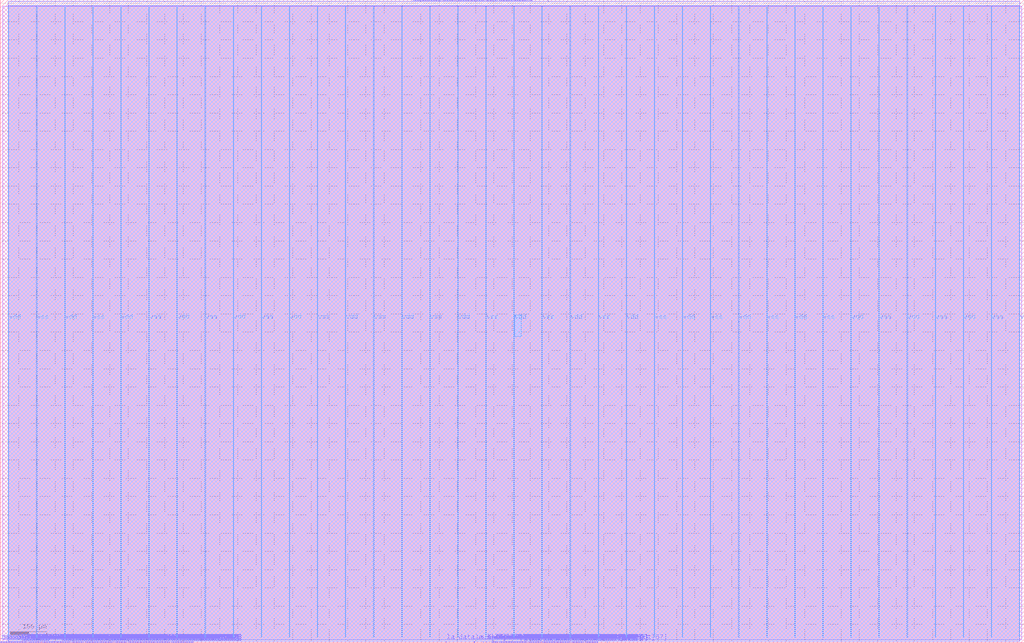
<source format=lef>
VERSION 5.7 ;
  NOWIREEXTENSIONATPIN ON ;
  DIVIDERCHAR "/" ;
  BUSBITCHARS "[]" ;
MACRO user_proj_example
  CLASS BLOCK ;
  FOREIGN user_proj_example ;
  ORIGIN 0.000 0.000 ;
  SIZE 2800.000 BY 1760.000 ;
  PIN io_in[0]
    DIRECTION INPUT ;
    USE SIGNAL ;
    PORT
      LAYER Metal2 ;
        RECT 0.000 0.000 0.560 4.000 ;
    END
  END io_in[0]
  PIN io_in[10]
    DIRECTION INPUT ;
    USE SIGNAL ;
    PORT
      LAYER Metal2 ;
        RECT 3.360 0.000 3.920 4.000 ;
    END
  END io_in[10]
  PIN io_in[11]
    DIRECTION INPUT ;
    USE SIGNAL ;
    PORT
      LAYER Metal2 ;
        RECT 6.720 0.000 7.280 4.000 ;
    END
  END io_in[11]
  PIN io_in[12]
    DIRECTION INPUT ;
    USE SIGNAL ;
    PORT
      LAYER Metal2 ;
        RECT 10.080 0.000 10.640 4.000 ;
    END
  END io_in[12]
  PIN io_in[13]
    DIRECTION INPUT ;
    USE SIGNAL ;
    PORT
      LAYER Metal2 ;
        RECT 13.440 0.000 14.000 4.000 ;
    END
  END io_in[13]
  PIN io_in[14]
    DIRECTION INPUT ;
    USE SIGNAL ;
    PORT
      LAYER Metal2 ;
        RECT 16.800 0.000 17.360 4.000 ;
    END
  END io_in[14]
  PIN io_in[15]
    DIRECTION INPUT ;
    USE SIGNAL ;
    PORT
      LAYER Metal2 ;
        RECT 20.160 0.000 20.720 4.000 ;
    END
  END io_in[15]
  PIN io_in[1]
    DIRECTION INPUT ;
    USE SIGNAL ;
    PORT
      LAYER Metal2 ;
        RECT 23.520 0.000 24.080 4.000 ;
    END
  END io_in[1]
  PIN io_in[2]
    DIRECTION INPUT ;
    USE SIGNAL ;
    PORT
      LAYER Metal2 ;
        RECT 26.880 0.000 27.440 4.000 ;
    END
  END io_in[2]
  PIN io_in[3]
    DIRECTION INPUT ;
    USE SIGNAL ;
    PORT
      LAYER Metal2 ;
        RECT 30.240 0.000 30.800 4.000 ;
    END
  END io_in[3]
  PIN io_in[4]
    DIRECTION INPUT ;
    USE SIGNAL ;
    PORT
      LAYER Metal2 ;
        RECT 33.600 0.000 34.160 4.000 ;
    END
  END io_in[4]
  PIN io_in[5]
    DIRECTION INPUT ;
    USE SIGNAL ;
    PORT
      LAYER Metal2 ;
        RECT 36.960 0.000 37.520 4.000 ;
    END
  END io_in[5]
  PIN io_in[6]
    DIRECTION INPUT ;
    USE SIGNAL ;
    PORT
      LAYER Metal2 ;
        RECT 40.320 0.000 40.880 4.000 ;
    END
  END io_in[6]
  PIN io_in[7]
    DIRECTION INPUT ;
    USE SIGNAL ;
    PORT
      LAYER Metal2 ;
        RECT 43.680 0.000 44.240 4.000 ;
    END
  END io_in[7]
  PIN io_in[8]
    DIRECTION INPUT ;
    USE SIGNAL ;
    PORT
      LAYER Metal2 ;
        RECT 47.040 0.000 47.600 4.000 ;
    END
  END io_in[8]
  PIN io_in[9]
    DIRECTION INPUT ;
    USE SIGNAL ;
    PORT
      LAYER Metal2 ;
        RECT 50.400 0.000 50.960 4.000 ;
    END
  END io_in[9]
  PIN io_oeb[0]
    DIRECTION OUTPUT TRISTATE ;
    USE SIGNAL ;
    ANTENNADIFFAREA 4.731200 ;
    PORT
      LAYER Metal2 ;
        RECT 1128.960 1756.000 1129.520 1760.000 ;
    END
  END io_oeb[0]
  PIN io_oeb[10]
    DIRECTION OUTPUT TRISTATE ;
    USE SIGNAL ;
    ANTENNADIFFAREA 4.731200 ;
    PORT
      LAYER Metal2 ;
        RECT 1327.200 1756.000 1327.760 1760.000 ;
    END
  END io_oeb[10]
  PIN io_oeb[11]
    DIRECTION OUTPUT TRISTATE ;
    USE SIGNAL ;
    ANTENNADIFFAREA 4.731200 ;
    PORT
      LAYER Metal2 ;
        RECT 1202.880 1756.000 1203.440 1760.000 ;
    END
  END io_oeb[11]
  PIN io_oeb[12]
    DIRECTION OUTPUT TRISTATE ;
    USE SIGNAL ;
    ANTENNADIFFAREA 4.731200 ;
    PORT
      LAYER Metal2 ;
        RECT 1216.320 1756.000 1216.880 1760.000 ;
    END
  END io_oeb[12]
  PIN io_oeb[13]
    DIRECTION OUTPUT TRISTATE ;
    USE SIGNAL ;
    ANTENNADIFFAREA 4.731200 ;
    PORT
      LAYER Metal2 ;
        RECT 1266.720 1756.000 1267.280 1760.000 ;
    END
  END io_oeb[13]
  PIN io_oeb[14]
    DIRECTION OUTPUT TRISTATE ;
    USE SIGNAL ;
    ANTENNADIFFAREA 4.731200 ;
    PORT
      LAYER Metal2 ;
        RECT 1317.120 1756.000 1317.680 1760.000 ;
    END
  END io_oeb[14]
  PIN io_oeb[15]
    DIRECTION OUTPUT TRISTATE ;
    USE SIGNAL ;
    ANTENNADIFFAREA 4.731200 ;
    PORT
      LAYER Metal2 ;
        RECT 1152.480 1756.000 1153.040 1760.000 ;
    END
  END io_oeb[15]
  PIN io_oeb[1]
    DIRECTION OUTPUT TRISTATE ;
    USE SIGNAL ;
    ANTENNADIFFAREA 4.731200 ;
    PORT
      LAYER Metal2 ;
        RECT 1179.360 1756.000 1179.920 1760.000 ;
    END
  END io_oeb[1]
  PIN io_oeb[2]
    DIRECTION OUTPUT TRISTATE ;
    USE SIGNAL ;
    ANTENNADIFFAREA 4.731200 ;
    PORT
      LAYER Metal2 ;
        RECT 1270.080 1756.000 1270.640 1760.000 ;
    END
  END io_oeb[2]
  PIN io_oeb[3]
    DIRECTION OUTPUT TRISTATE ;
    USE SIGNAL ;
    ANTENNADIFFAREA 4.731200 ;
    PORT
      LAYER Metal2 ;
        RECT 1632.960 0.000 1633.520 4.000 ;
    END
  END io_oeb[3]
  PIN io_oeb[4]
    DIRECTION OUTPUT TRISTATE ;
    USE SIGNAL ;
    ANTENNADIFFAREA 4.731200 ;
    PORT
      LAYER Metal2 ;
        RECT 1206.240 1756.000 1206.800 1760.000 ;
    END
  END io_oeb[4]
  PIN io_oeb[5]
    DIRECTION OUTPUT TRISTATE ;
    USE SIGNAL ;
    ANTENNADIFFAREA 4.731200 ;
    PORT
      LAYER Metal2 ;
        RECT 1337.280 1756.000 1337.840 1760.000 ;
    END
  END io_oeb[5]
  PIN io_oeb[6]
    DIRECTION OUTPUT TRISTATE ;
    USE SIGNAL ;
    ANTENNADIFFAREA 4.731200 ;
    PORT
      LAYER Metal2 ;
        RECT 1165.920 1756.000 1166.480 1760.000 ;
    END
  END io_oeb[6]
  PIN io_oeb[7]
    DIRECTION OUTPUT TRISTATE ;
    USE SIGNAL ;
    ANTENNADIFFAREA 4.731200 ;
    PORT
      LAYER Metal2 ;
        RECT 1310.400 1756.000 1310.960 1760.000 ;
    END
  END io_oeb[7]
  PIN io_oeb[8]
    DIRECTION OUTPUT TRISTATE ;
    USE SIGNAL ;
    ANTENNADIFFAREA 4.731200 ;
    PORT
      LAYER Metal2 ;
        RECT 1212.960 1756.000 1213.520 1760.000 ;
    END
  END io_oeb[8]
  PIN io_oeb[9]
    DIRECTION OUTPUT TRISTATE ;
    USE SIGNAL ;
    ANTENNADIFFAREA 4.731200 ;
    PORT
      LAYER Metal2 ;
        RECT 1340.640 1756.000 1341.200 1760.000 ;
    END
  END io_oeb[9]
  PIN io_out[0]
    DIRECTION OUTPUT TRISTATE ;
    USE SIGNAL ;
    ANTENNADIFFAREA 4.731200 ;
    PORT
      LAYER Metal2 ;
        RECT 1290.240 1756.000 1290.800 1760.000 ;
    END
  END io_out[0]
  PIN io_out[10]
    DIRECTION OUTPUT TRISTATE ;
    USE SIGNAL ;
    ANTENNADIFFAREA 4.731200 ;
    PORT
      LAYER Metal2 ;
        RECT 1622.880 0.000 1623.440 4.000 ;
    END
  END io_out[10]
  PIN io_out[11]
    DIRECTION OUTPUT TRISTATE ;
    USE SIGNAL ;
    ANTENNADIFFAREA 4.731200 ;
    PORT
      LAYER Metal2 ;
        RECT 1575.840 0.000 1576.400 4.000 ;
    END
  END io_out[11]
  PIN io_out[12]
    DIRECTION OUTPUT TRISTATE ;
    USE SIGNAL ;
    ANTENNADIFFAREA 4.731200 ;
    PORT
      LAYER Metal2 ;
        RECT 1538.880 0.000 1539.440 4.000 ;
    END
  END io_out[12]
  PIN io_out[13]
    DIRECTION OUTPUT TRISTATE ;
    USE SIGNAL ;
    ANTENNADIFFAREA 4.731200 ;
    PORT
      LAYER Metal2 ;
        RECT 1374.240 1756.000 1374.800 1760.000 ;
    END
  END io_out[13]
  PIN io_out[14]
    DIRECTION OUTPUT TRISTATE ;
    USE SIGNAL ;
    ANTENNADIFFAREA 4.731200 ;
    PORT
      LAYER Metal2 ;
        RECT 1360.800 1756.000 1361.360 1760.000 ;
    END
  END io_out[14]
  PIN io_out[15]
    DIRECTION OUTPUT TRISTATE ;
    USE SIGNAL ;
    ANTENNADIFFAREA 4.731200 ;
    PORT
      LAYER Metal2 ;
        RECT 1478.400 0.000 1478.960 4.000 ;
    END
  END io_out[15]
  PIN io_out[1]
    DIRECTION OUTPUT TRISTATE ;
    USE SIGNAL ;
    ANTENNADIFFAREA 4.731200 ;
    PORT
      LAYER Metal2 ;
        RECT 1239.840 1756.000 1240.400 1760.000 ;
    END
  END io_out[1]
  PIN io_out[2]
    DIRECTION OUTPUT TRISTATE ;
    USE SIGNAL ;
    ANTENNADIFFAREA 4.731200 ;
    PORT
      LAYER Metal2 ;
        RECT 1142.400 1756.000 1142.960 1760.000 ;
    END
  END io_out[2]
  PIN io_out[3]
    DIRECTION OUTPUT TRISTATE ;
    USE SIGNAL ;
    ANTENNADIFFAREA 4.731200 ;
    PORT
      LAYER Metal2 ;
        RECT 1276.800 1756.000 1277.360 1760.000 ;
    END
  END io_out[3]
  PIN io_out[4]
    DIRECTION OUTPUT TRISTATE ;
    USE SIGNAL ;
    ANTENNADIFFAREA 4.731200 ;
    PORT
      LAYER Metal2 ;
        RECT 1545.600 0.000 1546.160 4.000 ;
    END
  END io_out[4]
  PIN io_out[5]
    DIRECTION OUTPUT TRISTATE ;
    USE SIGNAL ;
    ANTENNADIFFAREA 4.731200 ;
    PORT
      LAYER Metal2 ;
        RECT 1505.280 0.000 1505.840 4.000 ;
    END
  END io_out[5]
  PIN io_out[6]
    DIRECTION OUTPUT TRISTATE ;
    USE SIGNAL ;
    ANTENNADIFFAREA 4.731200 ;
    PORT
      LAYER Metal2 ;
        RECT 1559.040 0.000 1559.600 4.000 ;
    END
  END io_out[6]
  PIN io_out[7]
    DIRECTION OUTPUT TRISTATE ;
    USE SIGNAL ;
    ANTENNADIFFAREA 4.731200 ;
    PORT
      LAYER Metal2 ;
        RECT 1569.120 0.000 1569.680 4.000 ;
    END
  END io_out[7]
  PIN io_out[8]
    DIRECTION OUTPUT TRISTATE ;
    USE SIGNAL ;
    ANTENNADIFFAREA 4.731200 ;
    PORT
      LAYER Metal2 ;
        RECT 1528.800 0.000 1529.360 4.000 ;
    END
  END io_out[8]
  PIN io_out[9]
    DIRECTION OUTPUT TRISTATE ;
    USE SIGNAL ;
    ANTENNADIFFAREA 4.731200 ;
    PORT
      LAYER Metal2 ;
        RECT 1572.480 0.000 1573.040 4.000 ;
    END
  END io_out[9]
  PIN irq[0]
    DIRECTION OUTPUT TRISTATE ;
    USE SIGNAL ;
    ANTENNADIFFAREA 0.360800 ;
    PORT
      LAYER Metal2 ;
        RECT 1401.120 0.000 1401.680 4.000 ;
    END
  END irq[0]
  PIN irq[1]
    DIRECTION OUTPUT TRISTATE ;
    USE SIGNAL ;
    ANTENNADIFFAREA 0.360800 ;
    PORT
      LAYER Metal2 ;
        RECT 1565.760 0.000 1566.320 4.000 ;
    END
  END irq[1]
  PIN irq[2]
    DIRECTION OUTPUT TRISTATE ;
    USE SIGNAL ;
    ANTENNADIFFAREA 0.360800 ;
    PORT
      LAYER Metal2 ;
        RECT 1364.160 1756.000 1364.720 1760.000 ;
    END
  END irq[2]
  PIN la_data_in[0]
    DIRECTION INPUT ;
    USE SIGNAL ;
    PORT
      LAYER Metal2 ;
        RECT 53.760 0.000 54.320 4.000 ;
    END
  END la_data_in[0]
  PIN la_data_in[10]
    DIRECTION INPUT ;
    USE SIGNAL ;
    PORT
      LAYER Metal2 ;
        RECT 57.120 0.000 57.680 4.000 ;
    END
  END la_data_in[10]
  PIN la_data_in[11]
    DIRECTION INPUT ;
    USE SIGNAL ;
    PORT
      LAYER Metal2 ;
        RECT 60.480 0.000 61.040 4.000 ;
    END
  END la_data_in[11]
  PIN la_data_in[12]
    DIRECTION INPUT ;
    USE SIGNAL ;
    PORT
      LAYER Metal2 ;
        RECT 63.840 0.000 64.400 4.000 ;
    END
  END la_data_in[12]
  PIN la_data_in[13]
    DIRECTION INPUT ;
    USE SIGNAL ;
    PORT
      LAYER Metal2 ;
        RECT 67.200 0.000 67.760 4.000 ;
    END
  END la_data_in[13]
  PIN la_data_in[14]
    DIRECTION INPUT ;
    USE SIGNAL ;
    PORT
      LAYER Metal2 ;
        RECT 70.560 0.000 71.120 4.000 ;
    END
  END la_data_in[14]
  PIN la_data_in[15]
    DIRECTION INPUT ;
    USE SIGNAL ;
    PORT
      LAYER Metal2 ;
        RECT 73.920 0.000 74.480 4.000 ;
    END
  END la_data_in[15]
  PIN la_data_in[16]
    DIRECTION INPUT ;
    USE SIGNAL ;
    PORT
      LAYER Metal2 ;
        RECT 77.280 0.000 77.840 4.000 ;
    END
  END la_data_in[16]
  PIN la_data_in[17]
    DIRECTION INPUT ;
    USE SIGNAL ;
    PORT
      LAYER Metal2 ;
        RECT 80.640 0.000 81.200 4.000 ;
    END
  END la_data_in[17]
  PIN la_data_in[18]
    DIRECTION INPUT ;
    USE SIGNAL ;
    PORT
      LAYER Metal2 ;
        RECT 84.000 0.000 84.560 4.000 ;
    END
  END la_data_in[18]
  PIN la_data_in[19]
    DIRECTION INPUT ;
    USE SIGNAL ;
    PORT
      LAYER Metal2 ;
        RECT 87.360 0.000 87.920 4.000 ;
    END
  END la_data_in[19]
  PIN la_data_in[1]
    DIRECTION INPUT ;
    USE SIGNAL ;
    PORT
      LAYER Metal2 ;
        RECT 90.720 0.000 91.280 4.000 ;
    END
  END la_data_in[1]
  PIN la_data_in[20]
    DIRECTION INPUT ;
    USE SIGNAL ;
    PORT
      LAYER Metal2 ;
        RECT 94.080 0.000 94.640 4.000 ;
    END
  END la_data_in[20]
  PIN la_data_in[21]
    DIRECTION INPUT ;
    USE SIGNAL ;
    PORT
      LAYER Metal2 ;
        RECT 97.440 0.000 98.000 4.000 ;
    END
  END la_data_in[21]
  PIN la_data_in[22]
    DIRECTION INPUT ;
    USE SIGNAL ;
    PORT
      LAYER Metal2 ;
        RECT 100.800 0.000 101.360 4.000 ;
    END
  END la_data_in[22]
  PIN la_data_in[23]
    DIRECTION INPUT ;
    USE SIGNAL ;
    PORT
      LAYER Metal2 ;
        RECT 104.160 0.000 104.720 4.000 ;
    END
  END la_data_in[23]
  PIN la_data_in[24]
    DIRECTION INPUT ;
    USE SIGNAL ;
    PORT
      LAYER Metal2 ;
        RECT 107.520 0.000 108.080 4.000 ;
    END
  END la_data_in[24]
  PIN la_data_in[25]
    DIRECTION INPUT ;
    USE SIGNAL ;
    PORT
      LAYER Metal2 ;
        RECT 110.880 0.000 111.440 4.000 ;
    END
  END la_data_in[25]
  PIN la_data_in[26]
    DIRECTION INPUT ;
    USE SIGNAL ;
    PORT
      LAYER Metal2 ;
        RECT 114.240 0.000 114.800 4.000 ;
    END
  END la_data_in[26]
  PIN la_data_in[27]
    DIRECTION INPUT ;
    USE SIGNAL ;
    PORT
      LAYER Metal2 ;
        RECT 117.600 0.000 118.160 4.000 ;
    END
  END la_data_in[27]
  PIN la_data_in[28]
    DIRECTION INPUT ;
    USE SIGNAL ;
    PORT
      LAYER Metal2 ;
        RECT 120.960 0.000 121.520 4.000 ;
    END
  END la_data_in[28]
  PIN la_data_in[29]
    DIRECTION INPUT ;
    USE SIGNAL ;
    PORT
      LAYER Metal2 ;
        RECT 124.320 0.000 124.880 4.000 ;
    END
  END la_data_in[29]
  PIN la_data_in[2]
    DIRECTION INPUT ;
    USE SIGNAL ;
    PORT
      LAYER Metal2 ;
        RECT 127.680 0.000 128.240 4.000 ;
    END
  END la_data_in[2]
  PIN la_data_in[30]
    DIRECTION INPUT ;
    USE SIGNAL ;
    PORT
      LAYER Metal2 ;
        RECT 131.040 0.000 131.600 4.000 ;
    END
  END la_data_in[30]
  PIN la_data_in[31]
    DIRECTION INPUT ;
    USE SIGNAL ;
    PORT
      LAYER Metal2 ;
        RECT 134.400 0.000 134.960 4.000 ;
    END
  END la_data_in[31]
  PIN la_data_in[32]
    DIRECTION INPUT ;
    USE SIGNAL ;
    PORT
      LAYER Metal2 ;
        RECT 137.760 0.000 138.320 4.000 ;
    END
  END la_data_in[32]
  PIN la_data_in[33]
    DIRECTION INPUT ;
    USE SIGNAL ;
    PORT
      LAYER Metal2 ;
        RECT 141.120 0.000 141.680 4.000 ;
    END
  END la_data_in[33]
  PIN la_data_in[34]
    DIRECTION INPUT ;
    USE SIGNAL ;
    PORT
      LAYER Metal2 ;
        RECT 144.480 0.000 145.040 4.000 ;
    END
  END la_data_in[34]
  PIN la_data_in[35]
    DIRECTION INPUT ;
    USE SIGNAL ;
    PORT
      LAYER Metal2 ;
        RECT 147.840 0.000 148.400 4.000 ;
    END
  END la_data_in[35]
  PIN la_data_in[36]
    DIRECTION INPUT ;
    USE SIGNAL ;
    PORT
      LAYER Metal2 ;
        RECT 151.200 0.000 151.760 4.000 ;
    END
  END la_data_in[36]
  PIN la_data_in[37]
    DIRECTION INPUT ;
    USE SIGNAL ;
    PORT
      LAYER Metal2 ;
        RECT 154.560 0.000 155.120 4.000 ;
    END
  END la_data_in[37]
  PIN la_data_in[38]
    DIRECTION INPUT ;
    USE SIGNAL ;
    PORT
      LAYER Metal2 ;
        RECT 157.920 0.000 158.480 4.000 ;
    END
  END la_data_in[38]
  PIN la_data_in[39]
    DIRECTION INPUT ;
    USE SIGNAL ;
    PORT
      LAYER Metal2 ;
        RECT 161.280 0.000 161.840 4.000 ;
    END
  END la_data_in[39]
  PIN la_data_in[3]
    DIRECTION INPUT ;
    USE SIGNAL ;
    PORT
      LAYER Metal2 ;
        RECT 164.640 0.000 165.200 4.000 ;
    END
  END la_data_in[3]
  PIN la_data_in[40]
    DIRECTION INPUT ;
    USE SIGNAL ;
    PORT
      LAYER Metal2 ;
        RECT 168.000 0.000 168.560 4.000 ;
    END
  END la_data_in[40]
  PIN la_data_in[41]
    DIRECTION INPUT ;
    USE SIGNAL ;
    PORT
      LAYER Metal2 ;
        RECT 171.360 0.000 171.920 4.000 ;
    END
  END la_data_in[41]
  PIN la_data_in[42]
    DIRECTION INPUT ;
    USE SIGNAL ;
    PORT
      LAYER Metal2 ;
        RECT 174.720 0.000 175.280 4.000 ;
    END
  END la_data_in[42]
  PIN la_data_in[43]
    DIRECTION INPUT ;
    USE SIGNAL ;
    PORT
      LAYER Metal2 ;
        RECT 178.080 0.000 178.640 4.000 ;
    END
  END la_data_in[43]
  PIN la_data_in[44]
    DIRECTION INPUT ;
    USE SIGNAL ;
    PORT
      LAYER Metal2 ;
        RECT 181.440 0.000 182.000 4.000 ;
    END
  END la_data_in[44]
  PIN la_data_in[45]
    DIRECTION INPUT ;
    USE SIGNAL ;
    PORT
      LAYER Metal2 ;
        RECT 184.800 0.000 185.360 4.000 ;
    END
  END la_data_in[45]
  PIN la_data_in[46]
    DIRECTION INPUT ;
    USE SIGNAL ;
    ANTENNAGATEAREA 0.396000 ;
    ANTENNADIFFAREA 0.410400 ;
    PORT
      LAYER Metal2 ;
        RECT 1367.520 1756.000 1368.080 1760.000 ;
    END
  END la_data_in[46]
  PIN la_data_in[47]
    DIRECTION INPUT ;
    USE SIGNAL ;
    ANTENNAGATEAREA 0.396000 ;
    ANTENNADIFFAREA 0.410400 ;
    PORT
      LAYER Metal2 ;
        RECT 1330.560 1756.000 1331.120 1760.000 ;
    END
  END la_data_in[47]
  PIN la_data_in[48]
    DIRECTION INPUT ;
    USE SIGNAL ;
    ANTENNAGATEAREA 0.396000 ;
    ANTENNADIFFAREA 0.410400 ;
    PORT
      LAYER Metal2 ;
        RECT 1233.120 1756.000 1233.680 1760.000 ;
    END
  END la_data_in[48]
  PIN la_data_in[49]
    DIRECTION INPUT ;
    USE SIGNAL ;
    ANTENNAGATEAREA 0.396000 ;
    ANTENNADIFFAREA 0.410400 ;
    PORT
      LAYER Metal2 ;
        RECT 1169.280 1756.000 1169.840 1760.000 ;
    END
  END la_data_in[49]
  PIN la_data_in[4]
    DIRECTION INPUT ;
    USE SIGNAL ;
    PORT
      LAYER Metal2 ;
        RECT 188.160 0.000 188.720 4.000 ;
    END
  END la_data_in[4]
  PIN la_data_in[50]
    DIRECTION INPUT ;
    USE SIGNAL ;
    ANTENNAGATEAREA 0.396000 ;
    ANTENNADIFFAREA 0.410400 ;
    PORT
      LAYER Metal2 ;
        RECT 1404.480 0.000 1405.040 4.000 ;
    END
  END la_data_in[50]
  PIN la_data_in[51]
    DIRECTION INPUT ;
    USE SIGNAL ;
    ANTENNAGATEAREA 0.396000 ;
    ANTENNADIFFAREA 0.410400 ;
    PORT
      LAYER Metal2 ;
        RECT 1434.720 0.000 1435.280 4.000 ;
    END
  END la_data_in[51]
  PIN la_data_in[52]
    DIRECTION INPUT ;
    USE SIGNAL ;
    ANTENNAGATEAREA 0.396000 ;
    ANTENNADIFFAREA 0.410400 ;
    PORT
      LAYER Metal2 ;
        RECT 1428.000 0.000 1428.560 4.000 ;
    END
  END la_data_in[52]
  PIN la_data_in[53]
    DIRECTION INPUT ;
    USE SIGNAL ;
    ANTENNAGATEAREA 0.396000 ;
    ANTENNADIFFAREA 0.410400 ;
    PORT
      LAYER Metal2 ;
        RECT 1454.880 0.000 1455.440 4.000 ;
    END
  END la_data_in[53]
  PIN la_data_in[54]
    DIRECTION INPUT ;
    USE SIGNAL ;
    ANTENNAGATEAREA 0.396000 ;
    ANTENNADIFFAREA 0.410400 ;
    PORT
      LAYER Metal2 ;
        RECT 1451.520 0.000 1452.080 4.000 ;
    END
  END la_data_in[54]
  PIN la_data_in[55]
    DIRECTION INPUT ;
    USE SIGNAL ;
    ANTENNAGATEAREA 0.396000 ;
    ANTENNADIFFAREA 0.410400 ;
    PORT
      LAYER Metal2 ;
        RECT 1357.440 1756.000 1358.000 1760.000 ;
    END
  END la_data_in[55]
  PIN la_data_in[56]
    DIRECTION INPUT ;
    USE SIGNAL ;
    ANTENNAGATEAREA 0.396000 ;
    ANTENNADIFFAREA 0.410400 ;
    PORT
      LAYER Metal2 ;
        RECT 1475.040 0.000 1475.600 4.000 ;
    END
  END la_data_in[56]
  PIN la_data_in[57]
    DIRECTION INPUT ;
    USE SIGNAL ;
    ANTENNAGATEAREA 0.396000 ;
    ANTENNADIFFAREA 0.410400 ;
    PORT
      LAYER Metal2 ;
        RECT 1535.520 0.000 1536.080 4.000 ;
    END
  END la_data_in[57]
  PIN la_data_in[58]
    DIRECTION INPUT ;
    USE SIGNAL ;
    ANTENNAGATEAREA 0.396000 ;
    ANTENNADIFFAREA 0.410400 ;
    PORT
      LAYER Metal2 ;
        RECT 1602.720 0.000 1603.280 4.000 ;
    END
  END la_data_in[58]
  PIN la_data_in[59]
    DIRECTION INPUT ;
    USE SIGNAL ;
    ANTENNAGATEAREA 0.396000 ;
    ANTENNADIFFAREA 0.410400 ;
    PORT
      LAYER Metal2 ;
        RECT 1344.000 1756.000 1344.560 1760.000 ;
    END
  END la_data_in[59]
  PIN la_data_in[5]
    DIRECTION INPUT ;
    USE SIGNAL ;
    PORT
      LAYER Metal2 ;
        RECT 191.520 0.000 192.080 4.000 ;
    END
  END la_data_in[5]
  PIN la_data_in[60]
    DIRECTION INPUT ;
    USE SIGNAL ;
    ANTENNAGATEAREA 0.396000 ;
    ANTENNADIFFAREA 0.410400 ;
    PORT
      LAYER Metal2 ;
        RECT 1307.040 1756.000 1307.600 1760.000 ;
    END
  END la_data_in[60]
  PIN la_data_in[61]
    DIRECTION INPUT ;
    USE SIGNAL ;
    ANTENNAGATEAREA 0.396000 ;
    ANTENNADIFFAREA 0.410400 ;
    PORT
      LAYER Metal2 ;
        RECT 1438.080 0.000 1438.640 4.000 ;
    END
  END la_data_in[61]
  PIN la_data_in[62]
    DIRECTION INPUT ;
    USE SIGNAL ;
    ANTENNAGATEAREA 1.102000 ;
    ANTENNADIFFAREA 0.410400 ;
    PORT
      LAYER Metal2 ;
        RECT 1280.160 1756.000 1280.720 1760.000 ;
    END
  END la_data_in[62]
  PIN la_data_in[63]
    DIRECTION INPUT ;
    USE SIGNAL ;
    ANTENNAGATEAREA 0.396000 ;
    ANTENNADIFFAREA 0.410400 ;
    PORT
      LAYER Metal2 ;
        RECT 1481.760 0.000 1482.320 4.000 ;
    END
  END la_data_in[63]
  PIN la_data_in[6]
    DIRECTION INPUT ;
    USE SIGNAL ;
    PORT
      LAYER Metal2 ;
        RECT 194.880 0.000 195.440 4.000 ;
    END
  END la_data_in[6]
  PIN la_data_in[7]
    DIRECTION INPUT ;
    USE SIGNAL ;
    PORT
      LAYER Metal2 ;
        RECT 198.240 0.000 198.800 4.000 ;
    END
  END la_data_in[7]
  PIN la_data_in[8]
    DIRECTION INPUT ;
    USE SIGNAL ;
    PORT
      LAYER Metal2 ;
        RECT 201.600 0.000 202.160 4.000 ;
    END
  END la_data_in[8]
  PIN la_data_in[9]
    DIRECTION INPUT ;
    USE SIGNAL ;
    PORT
      LAYER Metal2 ;
        RECT 204.960 0.000 205.520 4.000 ;
    END
  END la_data_in[9]
  PIN la_data_out[0]
    DIRECTION OUTPUT TRISTATE ;
    USE SIGNAL ;
    ANTENNADIFFAREA 4.731200 ;
    PORT
      LAYER Metal2 ;
        RECT 1249.920 1756.000 1250.480 1760.000 ;
    END
  END la_data_out[0]
  PIN la_data_out[10]
    DIRECTION OUTPUT TRISTATE ;
    USE SIGNAL ;
    ANTENNADIFFAREA 4.731200 ;
    PORT
      LAYER Metal2 ;
        RECT 1498.560 0.000 1499.120 4.000 ;
    END
  END la_data_out[10]
  PIN la_data_out[11]
    DIRECTION OUTPUT TRISTATE ;
    USE SIGNAL ;
    ANTENNADIFFAREA 4.731200 ;
    PORT
      LAYER Metal2 ;
        RECT 1579.200 0.000 1579.760 4.000 ;
    END
  END la_data_out[11]
  PIN la_data_out[12]
    DIRECTION OUTPUT TRISTATE ;
    USE SIGNAL ;
    ANTENNADIFFAREA 4.731200 ;
    PORT
      LAYER Metal2 ;
        RECT 1471.680 0.000 1472.240 4.000 ;
    END
  END la_data_out[12]
  PIN la_data_out[13]
    DIRECTION OUTPUT TRISTATE ;
    USE SIGNAL ;
    ANTENNADIFFAREA 4.731200 ;
    PORT
      LAYER Metal2 ;
        RECT 1401.120 1756.000 1401.680 1760.000 ;
    END
  END la_data_out[13]
  PIN la_data_out[14]
    DIRECTION OUTPUT TRISTATE ;
    USE SIGNAL ;
    ANTENNADIFFAREA 4.731200 ;
    PORT
      LAYER Metal2 ;
        RECT 1377.600 1756.000 1378.160 1760.000 ;
    END
  END la_data_out[14]
  PIN la_data_out[15]
    DIRECTION OUTPUT TRISTATE ;
    USE SIGNAL ;
    ANTENNADIFFAREA 4.731200 ;
    PORT
      LAYER Metal2 ;
        RECT 1515.360 0.000 1515.920 4.000 ;
    END
  END la_data_out[15]
  PIN la_data_out[16]
    DIRECTION OUTPUT TRISTATE ;
    USE SIGNAL ;
    ANTENNADIFFAREA 0.360800 ;
    PORT
      LAYER Metal2 ;
        RECT 1468.320 0.000 1468.880 4.000 ;
    END
  END la_data_out[16]
  PIN la_data_out[17]
    DIRECTION OUTPUT TRISTATE ;
    USE SIGNAL ;
    ANTENNADIFFAREA 0.360800 ;
    PORT
      LAYER Metal2 ;
        RECT 1139.040 1756.000 1139.600 1760.000 ;
    END
  END la_data_out[17]
  PIN la_data_out[18]
    DIRECTION OUTPUT TRISTATE ;
    USE SIGNAL ;
    ANTENNADIFFAREA 0.360800 ;
    PORT
      LAYER Metal2 ;
        RECT 1135.680 1756.000 1136.240 1760.000 ;
    END
  END la_data_out[18]
  PIN la_data_out[19]
    DIRECTION OUTPUT TRISTATE ;
    USE SIGNAL ;
    ANTENNADIFFAREA 0.360800 ;
    PORT
      LAYER Metal2 ;
        RECT 1149.120 1756.000 1149.680 1760.000 ;
    END
  END la_data_out[19]
  PIN la_data_out[1]
    DIRECTION OUTPUT TRISTATE ;
    USE SIGNAL ;
    ANTENNADIFFAREA 4.731200 ;
    PORT
      LAYER Metal2 ;
        RECT 1313.760 1756.000 1314.320 1760.000 ;
    END
  END la_data_out[1]
  PIN la_data_out[20]
    DIRECTION OUTPUT TRISTATE ;
    USE SIGNAL ;
    ANTENNADIFFAREA 0.360800 ;
    PORT
      LAYER Metal2 ;
        RECT 1542.240 0.000 1542.800 4.000 ;
    END
  END la_data_out[20]
  PIN la_data_out[21]
    DIRECTION OUTPUT TRISTATE ;
    USE SIGNAL ;
    ANTENNADIFFAREA 0.360800 ;
    PORT
      LAYER Metal2 ;
        RECT 1330.560 0.000 1331.120 4.000 ;
    END
  END la_data_out[21]
  PIN la_data_out[22]
    DIRECTION OUTPUT TRISTATE ;
    USE SIGNAL ;
    ANTENNADIFFAREA 0.360800 ;
    PORT
      LAYER Metal2 ;
        RECT 1196.160 1756.000 1196.720 1760.000 ;
    END
  END la_data_out[22]
  PIN la_data_out[23]
    DIRECTION OUTPUT TRISTATE ;
    USE SIGNAL ;
    ANTENNADIFFAREA 0.360800 ;
    PORT
      LAYER Metal2 ;
        RECT 1286.880 1756.000 1287.440 1760.000 ;
    END
  END la_data_out[23]
  PIN la_data_out[24]
    DIRECTION OUTPUT TRISTATE ;
    USE SIGNAL ;
    ANTENNADIFFAREA 0.360800 ;
    PORT
      LAYER Metal2 ;
        RECT 1176.000 1756.000 1176.560 1760.000 ;
    END
  END la_data_out[24]
  PIN la_data_out[25]
    DIRECTION OUTPUT TRISTATE ;
    USE SIGNAL ;
    ANTENNADIFFAREA 0.360800 ;
    PORT
      LAYER Metal2 ;
        RECT 1364.160 0.000 1364.720 4.000 ;
    END
  END la_data_out[25]
  PIN la_data_out[26]
    DIRECTION OUTPUT TRISTATE ;
    USE SIGNAL ;
    ANTENNADIFFAREA 0.360800 ;
    PORT
      LAYER Metal2 ;
        RECT 1256.640 1756.000 1257.200 1760.000 ;
    END
  END la_data_out[26]
  PIN la_data_out[27]
    DIRECTION OUTPUT TRISTATE ;
    USE SIGNAL ;
    ANTENNADIFFAREA 0.360800 ;
    PORT
      LAYER Metal2 ;
        RECT 1609.440 0.000 1610.000 4.000 ;
    END
  END la_data_out[27]
  PIN la_data_out[28]
    DIRECTION OUTPUT TRISTATE ;
    USE SIGNAL ;
    ANTENNADIFFAREA 0.360800 ;
    PORT
      LAYER Metal2 ;
        RECT 1354.080 1756.000 1354.640 1760.000 ;
    END
  END la_data_out[28]
  PIN la_data_out[29]
    DIRECTION OUTPUT TRISTATE ;
    USE SIGNAL ;
    ANTENNADIFFAREA 0.360800 ;
    PORT
      LAYER Metal2 ;
        RECT 1296.960 0.000 1297.520 4.000 ;
    END
  END la_data_out[29]
  PIN la_data_out[2]
    DIRECTION OUTPUT TRISTATE ;
    USE SIGNAL ;
    ANTENNADIFFAREA 4.731200 ;
    PORT
      LAYER Metal2 ;
        RECT 1246.560 1756.000 1247.120 1760.000 ;
    END
  END la_data_out[2]
  PIN la_data_out[30]
    DIRECTION OUTPUT TRISTATE ;
    USE SIGNAL ;
    ANTENNADIFFAREA 0.360800 ;
    PORT
      LAYER Metal2 ;
        RECT 1451.520 1756.000 1452.080 1760.000 ;
    END
  END la_data_out[30]
  PIN la_data_out[31]
    DIRECTION OUTPUT TRISTATE ;
    USE SIGNAL ;
    ANTENNADIFFAREA 0.360800 ;
    PORT
      LAYER Metal2 ;
        RECT 1189.440 1756.000 1190.000 1760.000 ;
    END
  END la_data_out[31]
  PIN la_data_out[32]
    DIRECTION OUTPUT TRISTATE ;
    USE SIGNAL ;
    ANTENNADIFFAREA 0.360800 ;
    PORT
      LAYER Metal2 ;
        RECT 1441.440 1756.000 1442.000 1760.000 ;
    END
  END la_data_out[32]
  PIN la_data_out[33]
    DIRECTION OUTPUT TRISTATE ;
    USE SIGNAL ;
    ANTENNADIFFAREA 0.360800 ;
    PORT
      LAYER Metal2 ;
        RECT 1411.200 1756.000 1411.760 1760.000 ;
    END
  END la_data_out[33]
  PIN la_data_out[34]
    DIRECTION OUTPUT TRISTATE ;
    USE SIGNAL ;
    ANTENNADIFFAREA 0.360800 ;
    PORT
      LAYER Metal2 ;
        RECT 1532.160 0.000 1532.720 4.000 ;
    END
  END la_data_out[34]
  PIN la_data_out[35]
    DIRECTION OUTPUT TRISTATE ;
    USE SIGNAL ;
    ANTENNADIFFAREA 0.360800 ;
    PORT
      LAYER Metal2 ;
        RECT 1384.320 0.000 1384.880 4.000 ;
    END
  END la_data_out[35]
  PIN la_data_out[36]
    DIRECTION OUTPUT TRISTATE ;
    USE SIGNAL ;
    ANTENNADIFFAREA 0.360800 ;
    PORT
      LAYER Metal2 ;
        RECT 1431.360 0.000 1431.920 4.000 ;
    END
  END la_data_out[36]
  PIN la_data_out[37]
    DIRECTION OUTPUT TRISTATE ;
    USE SIGNAL ;
    ANTENNADIFFAREA 0.360800 ;
    PORT
      LAYER Metal2 ;
        RECT 1380.960 0.000 1381.520 4.000 ;
    END
  END la_data_out[37]
  PIN la_data_out[38]
    DIRECTION OUTPUT TRISTATE ;
    USE SIGNAL ;
    ANTENNADIFFAREA 0.360800 ;
    PORT
      LAYER Metal2 ;
        RECT 1498.560 1756.000 1499.120 1760.000 ;
    END
  END la_data_out[38]
  PIN la_data_out[39]
    DIRECTION OUTPUT TRISTATE ;
    USE SIGNAL ;
    ANTENNADIFFAREA 0.360800 ;
    PORT
      LAYER Metal2 ;
        RECT 1236.480 1756.000 1237.040 1760.000 ;
    END
  END la_data_out[39]
  PIN la_data_out[3]
    DIRECTION OUTPUT TRISTATE ;
    USE SIGNAL ;
    ANTENNADIFFAREA 4.731200 ;
    PORT
      LAYER Metal2 ;
        RECT 1377.600 0.000 1378.160 4.000 ;
    END
  END la_data_out[3]
  PIN la_data_out[40]
    DIRECTION OUTPUT TRISTATE ;
    USE SIGNAL ;
    ANTENNADIFFAREA 0.360800 ;
    PORT
      LAYER Metal2 ;
        RECT 1209.600 1756.000 1210.160 1760.000 ;
    END
  END la_data_out[40]
  PIN la_data_out[41]
    DIRECTION OUTPUT TRISTATE ;
    USE SIGNAL ;
    ANTENNADIFFAREA 0.360800 ;
    PORT
      LAYER Metal2 ;
        RECT 1273.440 1756.000 1274.000 1760.000 ;
    END
  END la_data_out[41]
  PIN la_data_out[42]
    DIRECTION OUTPUT TRISTATE ;
    USE SIGNAL ;
    ANTENNADIFFAREA 0.360800 ;
    PORT
      LAYER Metal2 ;
        RECT 1434.720 1756.000 1435.280 1760.000 ;
    END
  END la_data_out[42]
  PIN la_data_out[43]
    DIRECTION OUTPUT TRISTATE ;
    USE SIGNAL ;
    ANTENNADIFFAREA 0.360800 ;
    PORT
      LAYER Metal2 ;
        RECT 1448.160 1756.000 1448.720 1760.000 ;
    END
  END la_data_out[43]
  PIN la_data_out[44]
    DIRECTION OUTPUT TRISTATE ;
    USE SIGNAL ;
    ANTENNADIFFAREA 0.360800 ;
    PORT
      LAYER Metal2 ;
        RECT 1219.680 0.000 1220.240 4.000 ;
    END
  END la_data_out[44]
  PIN la_data_out[45]
    DIRECTION OUTPUT TRISTATE ;
    USE SIGNAL ;
    ANTENNADIFFAREA 0.360800 ;
    PORT
      LAYER Metal2 ;
        RECT 1441.440 0.000 1442.000 4.000 ;
    END
  END la_data_out[45]
  PIN la_data_out[46]
    DIRECTION OUTPUT TRISTATE ;
    USE SIGNAL ;
    ANTENNADIFFAREA 0.360800 ;
    PORT
      LAYER Metal2 ;
        RECT 1444.800 1756.000 1445.360 1760.000 ;
    END
  END la_data_out[46]
  PIN la_data_out[47]
    DIRECTION OUTPUT TRISTATE ;
    USE SIGNAL ;
    ANTENNADIFFAREA 0.360800 ;
    PORT
      LAYER Metal2 ;
        RECT 1592.640 0.000 1593.200 4.000 ;
    END
  END la_data_out[47]
  PIN la_data_out[48]
    DIRECTION OUTPUT TRISTATE ;
    USE SIGNAL ;
    ANTENNADIFFAREA 0.360800 ;
    PORT
      LAYER Metal2 ;
        RECT 1172.640 1756.000 1173.200 1760.000 ;
    END
  END la_data_out[48]
  PIN la_data_out[49]
    DIRECTION OUTPUT TRISTATE ;
    USE SIGNAL ;
    ANTENNADIFFAREA 0.360800 ;
    PORT
      LAYER Metal2 ;
        RECT 1320.480 0.000 1321.040 4.000 ;
    END
  END la_data_out[49]
  PIN la_data_out[4]
    DIRECTION OUTPUT TRISTATE ;
    USE SIGNAL ;
    ANTENNADIFFAREA 4.731200 ;
    PORT
      LAYER Metal2 ;
        RECT 1360.800 0.000 1361.360 4.000 ;
    END
  END la_data_out[4]
  PIN la_data_out[50]
    DIRECTION OUTPUT TRISTATE ;
    USE SIGNAL ;
    ANTENNADIFFAREA 0.360800 ;
    PORT
      LAYER Metal2 ;
        RECT 1438.080 1756.000 1438.640 1760.000 ;
    END
  END la_data_out[50]
  PIN la_data_out[51]
    DIRECTION OUTPUT TRISTATE ;
    USE SIGNAL ;
    ANTENNADIFFAREA 0.360800 ;
    PORT
      LAYER Metal2 ;
        RECT 1626.240 0.000 1626.800 4.000 ;
    END
  END la_data_out[51]
  PIN la_data_out[52]
    DIRECTION OUTPUT TRISTATE ;
    USE SIGNAL ;
    ANTENNADIFFAREA 0.360800 ;
    PORT
      LAYER Metal2 ;
        RECT 1394.400 0.000 1394.960 4.000 ;
    END
  END la_data_out[52]
  PIN la_data_out[53]
    DIRECTION OUTPUT TRISTATE ;
    USE SIGNAL ;
    ANTENNADIFFAREA 0.360800 ;
    PORT
      LAYER Metal2 ;
        RECT 1448.160 0.000 1448.720 4.000 ;
    END
  END la_data_out[53]
  PIN la_data_out[54]
    DIRECTION OUTPUT TRISTATE ;
    USE SIGNAL ;
    ANTENNADIFFAREA 0.360800 ;
    PORT
      LAYER Metal2 ;
        RECT 1454.880 1756.000 1455.440 1760.000 ;
    END
  END la_data_out[54]
  PIN la_data_out[55]
    DIRECTION OUTPUT TRISTATE ;
    USE SIGNAL ;
    ANTENNADIFFAREA 0.360800 ;
    PORT
      LAYER Metal2 ;
        RECT 1421.280 1756.000 1421.840 1760.000 ;
    END
  END la_data_out[55]
  PIN la_data_out[56]
    DIRECTION OUTPUT TRISTATE ;
    USE SIGNAL ;
    ANTENNADIFFAREA 0.360800 ;
    PORT
      LAYER Metal2 ;
        RECT 1407.840 0.000 1408.400 4.000 ;
    END
  END la_data_out[56]
  PIN la_data_out[57]
    DIRECTION OUTPUT TRISTATE ;
    USE SIGNAL ;
    ANTENNADIFFAREA 0.360800 ;
    PORT
      LAYER Metal2 ;
        RECT 1659.840 0.000 1660.400 4.000 ;
    END
  END la_data_out[57]
  PIN la_data_out[58]
    DIRECTION OUTPUT TRISTATE ;
    USE SIGNAL ;
    ANTENNADIFFAREA 0.360800 ;
    PORT
      LAYER Metal2 ;
        RECT 1548.960 0.000 1549.520 4.000 ;
    END
  END la_data_out[58]
  PIN la_data_out[59]
    DIRECTION OUTPUT TRISTATE ;
    USE SIGNAL ;
    ANTENNADIFFAREA 0.360800 ;
    PORT
      LAYER Metal2 ;
        RECT 1333.920 1756.000 1334.480 1760.000 ;
    END
  END la_data_out[59]
  PIN la_data_out[5]
    DIRECTION OUTPUT TRISTATE ;
    USE SIGNAL ;
    ANTENNADIFFAREA 4.731200 ;
    PORT
      LAYER Metal2 ;
        RECT 1518.720 0.000 1519.280 4.000 ;
    END
  END la_data_out[5]
  PIN la_data_out[60]
    DIRECTION OUTPUT TRISTATE ;
    USE SIGNAL ;
    ANTENNADIFFAREA 0.360800 ;
    PORT
      LAYER Metal2 ;
        RECT 1397.760 0.000 1398.320 4.000 ;
    END
  END la_data_out[60]
  PIN la_data_out[61]
    DIRECTION OUTPUT TRISTATE ;
    USE SIGNAL ;
    ANTENNADIFFAREA 0.360800 ;
    PORT
      LAYER Metal2 ;
        RECT 1404.480 1756.000 1405.040 1760.000 ;
    END
  END la_data_out[61]
  PIN la_data_out[62]
    DIRECTION OUTPUT TRISTATE ;
    USE SIGNAL ;
    ANTENNADIFFAREA 0.360800 ;
    PORT
      LAYER Metal2 ;
        RECT 1428.000 1756.000 1428.560 1760.000 ;
    END
  END la_data_out[62]
  PIN la_data_out[63]
    DIRECTION OUTPUT TRISTATE ;
    USE SIGNAL ;
    ANTENNADIFFAREA 0.360800 ;
    PORT
      LAYER Metal2 ;
        RECT 1374.240 0.000 1374.800 4.000 ;
    END
  END la_data_out[63]
  PIN la_data_out[6]
    DIRECTION OUTPUT TRISTATE ;
    USE SIGNAL ;
    ANTENNADIFFAREA 4.731200 ;
    PORT
      LAYER Metal2 ;
        RECT 1508.640 0.000 1509.200 4.000 ;
    END
  END la_data_out[6]
  PIN la_data_out[7]
    DIRECTION OUTPUT TRISTATE ;
    USE SIGNAL ;
    ANTENNADIFFAREA 4.731200 ;
    PORT
      LAYER Metal2 ;
        RECT 1606.080 0.000 1606.640 4.000 ;
    END
  END la_data_out[7]
  PIN la_data_out[8]
    DIRECTION OUTPUT TRISTATE ;
    USE SIGNAL ;
    ANTENNADIFFAREA 4.731200 ;
    PORT
      LAYER Metal2 ;
        RECT 1582.560 0.000 1583.120 4.000 ;
    END
  END la_data_out[8]
  PIN la_data_out[9]
    DIRECTION OUTPUT TRISTATE ;
    USE SIGNAL ;
    ANTENNADIFFAREA 4.731200 ;
    PORT
      LAYER Metal2 ;
        RECT 1495.200 0.000 1495.760 4.000 ;
    END
  END la_data_out[9]
  PIN la_oenb[0]
    DIRECTION INPUT ;
    USE SIGNAL ;
    PORT
      LAYER Metal2 ;
        RECT 208.320 0.000 208.880 4.000 ;
    END
  END la_oenb[0]
  PIN la_oenb[10]
    DIRECTION INPUT ;
    USE SIGNAL ;
    PORT
      LAYER Metal2 ;
        RECT 211.680 0.000 212.240 4.000 ;
    END
  END la_oenb[10]
  PIN la_oenb[11]
    DIRECTION INPUT ;
    USE SIGNAL ;
    PORT
      LAYER Metal2 ;
        RECT 215.040 0.000 215.600 4.000 ;
    END
  END la_oenb[11]
  PIN la_oenb[12]
    DIRECTION INPUT ;
    USE SIGNAL ;
    PORT
      LAYER Metal2 ;
        RECT 218.400 0.000 218.960 4.000 ;
    END
  END la_oenb[12]
  PIN la_oenb[13]
    DIRECTION INPUT ;
    USE SIGNAL ;
    PORT
      LAYER Metal2 ;
        RECT 221.760 0.000 222.320 4.000 ;
    END
  END la_oenb[13]
  PIN la_oenb[14]
    DIRECTION INPUT ;
    USE SIGNAL ;
    PORT
      LAYER Metal2 ;
        RECT 225.120 0.000 225.680 4.000 ;
    END
  END la_oenb[14]
  PIN la_oenb[15]
    DIRECTION INPUT ;
    USE SIGNAL ;
    PORT
      LAYER Metal2 ;
        RECT 228.480 0.000 229.040 4.000 ;
    END
  END la_oenb[15]
  PIN la_oenb[16]
    DIRECTION INPUT ;
    USE SIGNAL ;
    PORT
      LAYER Metal2 ;
        RECT 231.840 0.000 232.400 4.000 ;
    END
  END la_oenb[16]
  PIN la_oenb[17]
    DIRECTION INPUT ;
    USE SIGNAL ;
    PORT
      LAYER Metal2 ;
        RECT 235.200 0.000 235.760 4.000 ;
    END
  END la_oenb[17]
  PIN la_oenb[18]
    DIRECTION INPUT ;
    USE SIGNAL ;
    PORT
      LAYER Metal2 ;
        RECT 238.560 0.000 239.120 4.000 ;
    END
  END la_oenb[18]
  PIN la_oenb[19]
    DIRECTION INPUT ;
    USE SIGNAL ;
    PORT
      LAYER Metal2 ;
        RECT 241.920 0.000 242.480 4.000 ;
    END
  END la_oenb[19]
  PIN la_oenb[1]
    DIRECTION INPUT ;
    USE SIGNAL ;
    PORT
      LAYER Metal2 ;
        RECT 245.280 0.000 245.840 4.000 ;
    END
  END la_oenb[1]
  PIN la_oenb[20]
    DIRECTION INPUT ;
    USE SIGNAL ;
    PORT
      LAYER Metal2 ;
        RECT 248.640 0.000 249.200 4.000 ;
    END
  END la_oenb[20]
  PIN la_oenb[21]
    DIRECTION INPUT ;
    USE SIGNAL ;
    PORT
      LAYER Metal2 ;
        RECT 252.000 0.000 252.560 4.000 ;
    END
  END la_oenb[21]
  PIN la_oenb[22]
    DIRECTION INPUT ;
    USE SIGNAL ;
    PORT
      LAYER Metal2 ;
        RECT 255.360 0.000 255.920 4.000 ;
    END
  END la_oenb[22]
  PIN la_oenb[23]
    DIRECTION INPUT ;
    USE SIGNAL ;
    PORT
      LAYER Metal2 ;
        RECT 258.720 0.000 259.280 4.000 ;
    END
  END la_oenb[23]
  PIN la_oenb[24]
    DIRECTION INPUT ;
    USE SIGNAL ;
    PORT
      LAYER Metal2 ;
        RECT 262.080 0.000 262.640 4.000 ;
    END
  END la_oenb[24]
  PIN la_oenb[25]
    DIRECTION INPUT ;
    USE SIGNAL ;
    PORT
      LAYER Metal2 ;
        RECT 265.440 0.000 266.000 4.000 ;
    END
  END la_oenb[25]
  PIN la_oenb[26]
    DIRECTION INPUT ;
    USE SIGNAL ;
    PORT
      LAYER Metal2 ;
        RECT 268.800 0.000 269.360 4.000 ;
    END
  END la_oenb[26]
  PIN la_oenb[27]
    DIRECTION INPUT ;
    USE SIGNAL ;
    PORT
      LAYER Metal2 ;
        RECT 272.160 0.000 272.720 4.000 ;
    END
  END la_oenb[27]
  PIN la_oenb[28]
    DIRECTION INPUT ;
    USE SIGNAL ;
    PORT
      LAYER Metal2 ;
        RECT 275.520 0.000 276.080 4.000 ;
    END
  END la_oenb[28]
  PIN la_oenb[29]
    DIRECTION INPUT ;
    USE SIGNAL ;
    PORT
      LAYER Metal2 ;
        RECT 278.880 0.000 279.440 4.000 ;
    END
  END la_oenb[29]
  PIN la_oenb[2]
    DIRECTION INPUT ;
    USE SIGNAL ;
    PORT
      LAYER Metal2 ;
        RECT 282.240 0.000 282.800 4.000 ;
    END
  END la_oenb[2]
  PIN la_oenb[30]
    DIRECTION INPUT ;
    USE SIGNAL ;
    PORT
      LAYER Metal2 ;
        RECT 285.600 0.000 286.160 4.000 ;
    END
  END la_oenb[30]
  PIN la_oenb[31]
    DIRECTION INPUT ;
    USE SIGNAL ;
    PORT
      LAYER Metal2 ;
        RECT 288.960 0.000 289.520 4.000 ;
    END
  END la_oenb[31]
  PIN la_oenb[32]
    DIRECTION INPUT ;
    USE SIGNAL ;
    PORT
      LAYER Metal2 ;
        RECT 292.320 0.000 292.880 4.000 ;
    END
  END la_oenb[32]
  PIN la_oenb[33]
    DIRECTION INPUT ;
    USE SIGNAL ;
    PORT
      LAYER Metal2 ;
        RECT 295.680 0.000 296.240 4.000 ;
    END
  END la_oenb[33]
  PIN la_oenb[34]
    DIRECTION INPUT ;
    USE SIGNAL ;
    PORT
      LAYER Metal2 ;
        RECT 299.040 0.000 299.600 4.000 ;
    END
  END la_oenb[34]
  PIN la_oenb[35]
    DIRECTION INPUT ;
    USE SIGNAL ;
    PORT
      LAYER Metal2 ;
        RECT 302.400 0.000 302.960 4.000 ;
    END
  END la_oenb[35]
  PIN la_oenb[36]
    DIRECTION INPUT ;
    USE SIGNAL ;
    PORT
      LAYER Metal2 ;
        RECT 305.760 0.000 306.320 4.000 ;
    END
  END la_oenb[36]
  PIN la_oenb[37]
    DIRECTION INPUT ;
    USE SIGNAL ;
    PORT
      LAYER Metal2 ;
        RECT 309.120 0.000 309.680 4.000 ;
    END
  END la_oenb[37]
  PIN la_oenb[38]
    DIRECTION INPUT ;
    USE SIGNAL ;
    PORT
      LAYER Metal2 ;
        RECT 312.480 0.000 313.040 4.000 ;
    END
  END la_oenb[38]
  PIN la_oenb[39]
    DIRECTION INPUT ;
    USE SIGNAL ;
    PORT
      LAYER Metal2 ;
        RECT 315.840 0.000 316.400 4.000 ;
    END
  END la_oenb[39]
  PIN la_oenb[3]
    DIRECTION INPUT ;
    USE SIGNAL ;
    PORT
      LAYER Metal2 ;
        RECT 319.200 0.000 319.760 4.000 ;
    END
  END la_oenb[3]
  PIN la_oenb[40]
    DIRECTION INPUT ;
    USE SIGNAL ;
    PORT
      LAYER Metal2 ;
        RECT 322.560 0.000 323.120 4.000 ;
    END
  END la_oenb[40]
  PIN la_oenb[41]
    DIRECTION INPUT ;
    USE SIGNAL ;
    PORT
      LAYER Metal2 ;
        RECT 325.920 0.000 326.480 4.000 ;
    END
  END la_oenb[41]
  PIN la_oenb[42]
    DIRECTION INPUT ;
    USE SIGNAL ;
    PORT
      LAYER Metal2 ;
        RECT 329.280 0.000 329.840 4.000 ;
    END
  END la_oenb[42]
  PIN la_oenb[43]
    DIRECTION INPUT ;
    USE SIGNAL ;
    PORT
      LAYER Metal2 ;
        RECT 332.640 0.000 333.200 4.000 ;
    END
  END la_oenb[43]
  PIN la_oenb[44]
    DIRECTION INPUT ;
    USE SIGNAL ;
    PORT
      LAYER Metal2 ;
        RECT 336.000 0.000 336.560 4.000 ;
    END
  END la_oenb[44]
  PIN la_oenb[45]
    DIRECTION INPUT ;
    USE SIGNAL ;
    PORT
      LAYER Metal2 ;
        RECT 339.360 0.000 339.920 4.000 ;
    END
  END la_oenb[45]
  PIN la_oenb[46]
    DIRECTION INPUT ;
    USE SIGNAL ;
    ANTENNAGATEAREA 0.396000 ;
    ANTENNADIFFAREA 0.410400 ;
    PORT
      LAYER Metal2 ;
        RECT 1323.840 1756.000 1324.400 1760.000 ;
    END
  END la_oenb[46]
  PIN la_oenb[47]
    DIRECTION INPUT ;
    USE SIGNAL ;
    ANTENNAGATEAREA 0.396000 ;
    ANTENNADIFFAREA 0.410400 ;
    PORT
      LAYER Metal2 ;
        RECT 1391.040 0.000 1391.600 4.000 ;
    END
  END la_oenb[47]
  PIN la_oenb[48]
    DIRECTION INPUT ;
    USE SIGNAL ;
    ANTENNAGATEAREA 0.396000 ;
    ANTENNADIFFAREA 0.410400 ;
    PORT
      LAYER Metal2 ;
        RECT 1296.960 1756.000 1297.520 1760.000 ;
    END
  END la_oenb[48]
  PIN la_oenb[49]
    DIRECTION INPUT ;
    USE SIGNAL ;
    ANTENNAGATEAREA 0.396000 ;
    ANTENNADIFFAREA 0.410400 ;
    PORT
      LAYER Metal2 ;
        RECT 1192.800 1756.000 1193.360 1760.000 ;
    END
  END la_oenb[49]
  PIN la_oenb[4]
    DIRECTION INPUT ;
    USE SIGNAL ;
    PORT
      LAYER Metal2 ;
        RECT 342.720 0.000 343.280 4.000 ;
    END
  END la_oenb[4]
  PIN la_oenb[50]
    DIRECTION INPUT ;
    USE SIGNAL ;
    ANTENNAGATEAREA 0.396000 ;
    ANTENNADIFFAREA 0.410400 ;
    PORT
      LAYER Metal2 ;
        RECT 1357.440 0.000 1358.000 4.000 ;
    END
  END la_oenb[50]
  PIN la_oenb[51]
    DIRECTION INPUT ;
    USE SIGNAL ;
    ANTENNAGATEAREA 0.396000 ;
    ANTENNADIFFAREA 0.410400 ;
    PORT
      LAYER Metal2 ;
        RECT 1354.080 0.000 1354.640 4.000 ;
    END
  END la_oenb[51]
  PIN la_oenb[52]
    DIRECTION INPUT ;
    USE SIGNAL ;
    ANTENNAGATEAREA 0.396000 ;
    ANTENNADIFFAREA 0.410400 ;
    PORT
      LAYER Metal2 ;
        RECT 1350.720 0.000 1351.280 4.000 ;
    END
  END la_oenb[52]
  PIN la_oenb[53]
    DIRECTION INPUT ;
    USE SIGNAL ;
    ANTENNAGATEAREA 0.396000 ;
    ANTENNADIFFAREA 0.410400 ;
    PORT
      LAYER Metal2 ;
        RECT 1380.960 1756.000 1381.520 1760.000 ;
    END
  END la_oenb[53]
  PIN la_oenb[54]
    DIRECTION INPUT ;
    USE SIGNAL ;
    ANTENNAGATEAREA 0.396000 ;
    ANTENNADIFFAREA 0.410400 ;
    PORT
      LAYER Metal2 ;
        RECT 1347.360 1756.000 1347.920 1760.000 ;
    END
  END la_oenb[54]
  PIN la_oenb[55]
    DIRECTION INPUT ;
    USE SIGNAL ;
    ANTENNAGATEAREA 1.102000 ;
    ANTENNADIFFAREA 0.410400 ;
    PORT
      LAYER Metal2 ;
        RECT 1260.000 1756.000 1260.560 1760.000 ;
    END
  END la_oenb[55]
  PIN la_oenb[56]
    DIRECTION INPUT ;
    USE SIGNAL ;
    ANTENNAGATEAREA 0.396000 ;
    ANTENNADIFFAREA 0.410400 ;
    PORT
      LAYER Metal2 ;
        RECT 1387.680 1756.000 1388.240 1760.000 ;
    END
  END la_oenb[56]
  PIN la_oenb[57]
    DIRECTION INPUT ;
    USE SIGNAL ;
    ANTENNAGATEAREA 0.396000 ;
    ANTENNADIFFAREA 0.410400 ;
    PORT
      LAYER Metal2 ;
        RECT 1384.320 1756.000 1384.880 1760.000 ;
    END
  END la_oenb[57]
  PIN la_oenb[58]
    DIRECTION INPUT ;
    USE SIGNAL ;
    ANTENNAGATEAREA 0.396000 ;
    ANTENNADIFFAREA 0.410400 ;
    PORT
      LAYER Metal2 ;
        RECT 1370.880 1756.000 1371.440 1760.000 ;
    END
  END la_oenb[58]
  PIN la_oenb[59]
    DIRECTION INPUT ;
    USE SIGNAL ;
    ANTENNAGATEAREA 0.396000 ;
    ANTENNADIFFAREA 0.410400 ;
    PORT
      LAYER Metal2 ;
        RECT 1350.720 1756.000 1351.280 1760.000 ;
    END
  END la_oenb[59]
  PIN la_oenb[5]
    DIRECTION INPUT ;
    USE SIGNAL ;
    PORT
      LAYER Metal2 ;
        RECT 346.080 0.000 346.640 4.000 ;
    END
  END la_oenb[5]
  PIN la_oenb[60]
    DIRECTION INPUT ;
    USE SIGNAL ;
    ANTENNAGATEAREA 0.396000 ;
    ANTENNADIFFAREA 0.410400 ;
    PORT
      LAYER Metal2 ;
        RECT 1243.200 1756.000 1243.760 1760.000 ;
    END
  END la_oenb[60]
  PIN la_oenb[61]
    DIRECTION INPUT ;
    USE SIGNAL ;
    ANTENNAGATEAREA 0.396000 ;
    ANTENNADIFFAREA 0.410400 ;
    PORT
      LAYER Metal2 ;
        RECT 1394.400 1756.000 1394.960 1760.000 ;
    END
  END la_oenb[61]
  PIN la_oenb[62]
    DIRECTION INPUT ;
    USE SIGNAL ;
    ANTENNAGATEAREA 2.204000 ;
    ANTENNADIFFAREA 0.410400 ;
    PORT
      LAYER Metal2 ;
        RECT 1223.040 1756.000 1223.600 1760.000 ;
    END
  END la_oenb[62]
  PIN la_oenb[63]
    DIRECTION INPUT ;
    USE SIGNAL ;
    ANTENNAGATEAREA 0.396000 ;
    ANTENNADIFFAREA 0.410400 ;
    PORT
      LAYER Metal2 ;
        RECT 1589.280 0.000 1589.840 4.000 ;
    END
  END la_oenb[63]
  PIN la_oenb[6]
    DIRECTION INPUT ;
    USE SIGNAL ;
    PORT
      LAYER Metal2 ;
        RECT 349.440 0.000 350.000 4.000 ;
    END
  END la_oenb[6]
  PIN la_oenb[7]
    DIRECTION INPUT ;
    USE SIGNAL ;
    PORT
      LAYER Metal2 ;
        RECT 352.800 0.000 353.360 4.000 ;
    END
  END la_oenb[7]
  PIN la_oenb[8]
    DIRECTION INPUT ;
    USE SIGNAL ;
    PORT
      LAYER Metal2 ;
        RECT 356.160 0.000 356.720 4.000 ;
    END
  END la_oenb[8]
  PIN la_oenb[9]
    DIRECTION INPUT ;
    USE SIGNAL ;
    PORT
      LAYER Metal2 ;
        RECT 359.520 0.000 360.080 4.000 ;
    END
  END la_oenb[9]
  PIN vdd
    DIRECTION INOUT ;
    USE POWER ;
    PORT
      LAYER Metal4 ;
        RECT 22.240 15.380 23.840 1740.780 ;
    END
    PORT
      LAYER Metal4 ;
        RECT 175.840 15.380 177.440 1740.780 ;
    END
    PORT
      LAYER Metal4 ;
        RECT 329.440 15.380 331.040 1740.780 ;
    END
    PORT
      LAYER Metal4 ;
        RECT 483.040 15.380 484.640 1740.780 ;
    END
    PORT
      LAYER Metal4 ;
        RECT 636.640 15.380 638.240 1740.780 ;
    END
    PORT
      LAYER Metal4 ;
        RECT 790.240 15.380 791.840 1740.780 ;
    END
    PORT
      LAYER Metal4 ;
        RECT 943.840 15.380 945.440 1740.780 ;
    END
    PORT
      LAYER Metal4 ;
        RECT 1097.440 15.380 1099.040 1740.780 ;
    END
    PORT
      LAYER Metal4 ;
        RECT 1251.040 15.380 1252.640 1740.780 ;
    END
    PORT
      LAYER Metal4 ;
        RECT 1404.640 15.380 1406.240 1740.780 ;
    END
    PORT
      LAYER Metal4 ;
        RECT 1558.240 15.380 1559.840 1740.780 ;
    END
    PORT
      LAYER Metal4 ;
        RECT 1711.840 15.380 1713.440 1740.780 ;
    END
    PORT
      LAYER Metal4 ;
        RECT 1865.440 15.380 1867.040 1740.780 ;
    END
    PORT
      LAYER Metal4 ;
        RECT 2019.040 15.380 2020.640 1740.780 ;
    END
    PORT
      LAYER Metal4 ;
        RECT 2172.640 15.380 2174.240 1740.780 ;
    END
    PORT
      LAYER Metal4 ;
        RECT 2326.240 15.380 2327.840 1740.780 ;
    END
    PORT
      LAYER Metal4 ;
        RECT 2479.840 15.380 2481.440 1740.780 ;
    END
    PORT
      LAYER Metal4 ;
        RECT 2633.440 15.380 2635.040 1740.780 ;
    END
    PORT
      LAYER Metal4 ;
        RECT 2787.040 15.380 2788.640 1740.780 ;
    END
  END vdd
  PIN vss
    DIRECTION INOUT ;
    USE GROUND ;
    PORT
      LAYER Metal4 ;
        RECT 99.040 15.380 100.640 1740.780 ;
    END
    PORT
      LAYER Metal4 ;
        RECT 252.640 15.380 254.240 1740.780 ;
    END
    PORT
      LAYER Metal4 ;
        RECT 406.240 15.380 407.840 1740.780 ;
    END
    PORT
      LAYER Metal4 ;
        RECT 559.840 15.380 561.440 1740.780 ;
    END
    PORT
      LAYER Metal4 ;
        RECT 713.440 15.380 715.040 1740.780 ;
    END
    PORT
      LAYER Metal4 ;
        RECT 867.040 15.380 868.640 1740.780 ;
    END
    PORT
      LAYER Metal4 ;
        RECT 1020.640 15.380 1022.240 1740.780 ;
    END
    PORT
      LAYER Metal4 ;
        RECT 1174.240 15.380 1175.840 1740.780 ;
    END
    PORT
      LAYER Metal4 ;
        RECT 1327.840 15.380 1329.440 1740.780 ;
    END
    PORT
      LAYER Metal4 ;
        RECT 1481.440 15.380 1483.040 1740.780 ;
    END
    PORT
      LAYER Metal4 ;
        RECT 1635.040 15.380 1636.640 1740.780 ;
    END
    PORT
      LAYER Metal4 ;
        RECT 1788.640 15.380 1790.240 1740.780 ;
    END
    PORT
      LAYER Metal4 ;
        RECT 1942.240 15.380 1943.840 1740.780 ;
    END
    PORT
      LAYER Metal4 ;
        RECT 2095.840 15.380 2097.440 1740.780 ;
    END
    PORT
      LAYER Metal4 ;
        RECT 2249.440 15.380 2251.040 1740.780 ;
    END
    PORT
      LAYER Metal4 ;
        RECT 2403.040 15.380 2404.640 1740.780 ;
    END
    PORT
      LAYER Metal4 ;
        RECT 2556.640 15.380 2558.240 1740.780 ;
    END
    PORT
      LAYER Metal4 ;
        RECT 2710.240 15.380 2711.840 1740.780 ;
    END
  END vss
  PIN wb_clk_i
    DIRECTION INPUT ;
    USE SIGNAL ;
    ANTENNAGATEAREA 1.102000 ;
    ANTENNADIFFAREA 0.410400 ;
    PORT
      LAYER Metal2 ;
        RECT 1132.320 1756.000 1132.880 1760.000 ;
    END
  END wb_clk_i
  PIN wb_rst_i
    DIRECTION INPUT ;
    USE SIGNAL ;
    ANTENNAGATEAREA 1.102000 ;
    ANTENNADIFFAREA 0.410400 ;
    PORT
      LAYER Metal2 ;
        RECT 1458.240 0.000 1458.800 4.000 ;
    END
  END wb_rst_i
  PIN wbs_ack_o
    DIRECTION OUTPUT TRISTATE ;
    USE SIGNAL ;
    ANTENNADIFFAREA 4.731200 ;
    PORT
      LAYER Metal2 ;
        RECT 1555.680 0.000 1556.240 4.000 ;
    END
  END wbs_ack_o
  PIN wbs_adr_i[0]
    DIRECTION INPUT ;
    USE SIGNAL ;
    PORT
      LAYER Metal2 ;
        RECT 362.880 0.000 363.440 4.000 ;
    END
  END wbs_adr_i[0]
  PIN wbs_adr_i[10]
    DIRECTION INPUT ;
    USE SIGNAL ;
    PORT
      LAYER Metal2 ;
        RECT 366.240 0.000 366.800 4.000 ;
    END
  END wbs_adr_i[10]
  PIN wbs_adr_i[11]
    DIRECTION INPUT ;
    USE SIGNAL ;
    PORT
      LAYER Metal2 ;
        RECT 369.600 0.000 370.160 4.000 ;
    END
  END wbs_adr_i[11]
  PIN wbs_adr_i[12]
    DIRECTION INPUT ;
    USE SIGNAL ;
    PORT
      LAYER Metal2 ;
        RECT 372.960 0.000 373.520 4.000 ;
    END
  END wbs_adr_i[12]
  PIN wbs_adr_i[13]
    DIRECTION INPUT ;
    USE SIGNAL ;
    PORT
      LAYER Metal2 ;
        RECT 376.320 0.000 376.880 4.000 ;
    END
  END wbs_adr_i[13]
  PIN wbs_adr_i[14]
    DIRECTION INPUT ;
    USE SIGNAL ;
    PORT
      LAYER Metal2 ;
        RECT 379.680 0.000 380.240 4.000 ;
    END
  END wbs_adr_i[14]
  PIN wbs_adr_i[15]
    DIRECTION INPUT ;
    USE SIGNAL ;
    PORT
      LAYER Metal2 ;
        RECT 383.040 0.000 383.600 4.000 ;
    END
  END wbs_adr_i[15]
  PIN wbs_adr_i[16]
    DIRECTION INPUT ;
    USE SIGNAL ;
    PORT
      LAYER Metal2 ;
        RECT 386.400 0.000 386.960 4.000 ;
    END
  END wbs_adr_i[16]
  PIN wbs_adr_i[17]
    DIRECTION INPUT ;
    USE SIGNAL ;
    PORT
      LAYER Metal2 ;
        RECT 389.760 0.000 390.320 4.000 ;
    END
  END wbs_adr_i[17]
  PIN wbs_adr_i[18]
    DIRECTION INPUT ;
    USE SIGNAL ;
    PORT
      LAYER Metal2 ;
        RECT 393.120 0.000 393.680 4.000 ;
    END
  END wbs_adr_i[18]
  PIN wbs_adr_i[19]
    DIRECTION INPUT ;
    USE SIGNAL ;
    PORT
      LAYER Metal2 ;
        RECT 396.480 0.000 397.040 4.000 ;
    END
  END wbs_adr_i[19]
  PIN wbs_adr_i[1]
    DIRECTION INPUT ;
    USE SIGNAL ;
    PORT
      LAYER Metal2 ;
        RECT 399.840 0.000 400.400 4.000 ;
    END
  END wbs_adr_i[1]
  PIN wbs_adr_i[20]
    DIRECTION INPUT ;
    USE SIGNAL ;
    PORT
      LAYER Metal2 ;
        RECT 403.200 0.000 403.760 4.000 ;
    END
  END wbs_adr_i[20]
  PIN wbs_adr_i[21]
    DIRECTION INPUT ;
    USE SIGNAL ;
    PORT
      LAYER Metal2 ;
        RECT 406.560 0.000 407.120 4.000 ;
    END
  END wbs_adr_i[21]
  PIN wbs_adr_i[22]
    DIRECTION INPUT ;
    USE SIGNAL ;
    PORT
      LAYER Metal2 ;
        RECT 409.920 0.000 410.480 4.000 ;
    END
  END wbs_adr_i[22]
  PIN wbs_adr_i[23]
    DIRECTION INPUT ;
    USE SIGNAL ;
    PORT
      LAYER Metal2 ;
        RECT 413.280 0.000 413.840 4.000 ;
    END
  END wbs_adr_i[23]
  PIN wbs_adr_i[24]
    DIRECTION INPUT ;
    USE SIGNAL ;
    PORT
      LAYER Metal2 ;
        RECT 416.640 0.000 417.200 4.000 ;
    END
  END wbs_adr_i[24]
  PIN wbs_adr_i[25]
    DIRECTION INPUT ;
    USE SIGNAL ;
    PORT
      LAYER Metal2 ;
        RECT 420.000 0.000 420.560 4.000 ;
    END
  END wbs_adr_i[25]
  PIN wbs_adr_i[26]
    DIRECTION INPUT ;
    USE SIGNAL ;
    PORT
      LAYER Metal2 ;
        RECT 423.360 0.000 423.920 4.000 ;
    END
  END wbs_adr_i[26]
  PIN wbs_adr_i[27]
    DIRECTION INPUT ;
    USE SIGNAL ;
    PORT
      LAYER Metal2 ;
        RECT 426.720 0.000 427.280 4.000 ;
    END
  END wbs_adr_i[27]
  PIN wbs_adr_i[28]
    DIRECTION INPUT ;
    USE SIGNAL ;
    PORT
      LAYER Metal2 ;
        RECT 430.080 0.000 430.640 4.000 ;
    END
  END wbs_adr_i[28]
  PIN wbs_adr_i[29]
    DIRECTION INPUT ;
    USE SIGNAL ;
    PORT
      LAYER Metal2 ;
        RECT 433.440 0.000 434.000 4.000 ;
    END
  END wbs_adr_i[29]
  PIN wbs_adr_i[2]
    DIRECTION INPUT ;
    USE SIGNAL ;
    PORT
      LAYER Metal2 ;
        RECT 436.800 0.000 437.360 4.000 ;
    END
  END wbs_adr_i[2]
  PIN wbs_adr_i[30]
    DIRECTION INPUT ;
    USE SIGNAL ;
    PORT
      LAYER Metal2 ;
        RECT 440.160 0.000 440.720 4.000 ;
    END
  END wbs_adr_i[30]
  PIN wbs_adr_i[31]
    DIRECTION INPUT ;
    USE SIGNAL ;
    PORT
      LAYER Metal2 ;
        RECT 443.520 0.000 444.080 4.000 ;
    END
  END wbs_adr_i[31]
  PIN wbs_adr_i[3]
    DIRECTION INPUT ;
    USE SIGNAL ;
    PORT
      LAYER Metal2 ;
        RECT 446.880 0.000 447.440 4.000 ;
    END
  END wbs_adr_i[3]
  PIN wbs_adr_i[4]
    DIRECTION INPUT ;
    USE SIGNAL ;
    PORT
      LAYER Metal2 ;
        RECT 450.240 0.000 450.800 4.000 ;
    END
  END wbs_adr_i[4]
  PIN wbs_adr_i[5]
    DIRECTION INPUT ;
    USE SIGNAL ;
    PORT
      LAYER Metal2 ;
        RECT 453.600 0.000 454.160 4.000 ;
    END
  END wbs_adr_i[5]
  PIN wbs_adr_i[6]
    DIRECTION INPUT ;
    USE SIGNAL ;
    PORT
      LAYER Metal2 ;
        RECT 456.960 0.000 457.520 4.000 ;
    END
  END wbs_adr_i[6]
  PIN wbs_adr_i[7]
    DIRECTION INPUT ;
    USE SIGNAL ;
    PORT
      LAYER Metal2 ;
        RECT 460.320 0.000 460.880 4.000 ;
    END
  END wbs_adr_i[7]
  PIN wbs_adr_i[8]
    DIRECTION INPUT ;
    USE SIGNAL ;
    PORT
      LAYER Metal2 ;
        RECT 463.680 0.000 464.240 4.000 ;
    END
  END wbs_adr_i[8]
  PIN wbs_adr_i[9]
    DIRECTION INPUT ;
    USE SIGNAL ;
    PORT
      LAYER Metal2 ;
        RECT 467.040 0.000 467.600 4.000 ;
    END
  END wbs_adr_i[9]
  PIN wbs_cyc_i
    DIRECTION INPUT ;
    USE SIGNAL ;
    ANTENNAGATEAREA 1.102000 ;
    ANTENNADIFFAREA 0.410400 ;
    PORT
      LAYER Metal2 ;
        RECT 1253.280 1756.000 1253.840 1760.000 ;
    END
  END wbs_cyc_i
  PIN wbs_dat_i[0]
    DIRECTION INPUT ;
    USE SIGNAL ;
    ANTENNAGATEAREA 2.204000 ;
    ANTENNADIFFAREA 0.410400 ;
    PORT
      LAYER Metal2 ;
        RECT 1226.400 1756.000 1226.960 1760.000 ;
    END
  END wbs_dat_i[0]
  PIN wbs_dat_i[10]
    DIRECTION INPUT ;
    USE SIGNAL ;
    ANTENNAGATEAREA 2.204000 ;
    ANTENNADIFFAREA 0.410400 ;
    PORT
      LAYER Metal2 ;
        RECT 1461.600 0.000 1462.160 4.000 ;
    END
  END wbs_dat_i[10]
  PIN wbs_dat_i[11]
    DIRECTION INPUT ;
    USE SIGNAL ;
    ANTENNAGATEAREA 1.102000 ;
    ANTENNADIFFAREA 0.410400 ;
    PORT
      LAYER Metal2 ;
        RECT 1485.120 0.000 1485.680 4.000 ;
    END
  END wbs_dat_i[11]
  PIN wbs_dat_i[12]
    DIRECTION INPUT ;
    USE SIGNAL ;
    ANTENNAGATEAREA 2.204000 ;
    ANTENNADIFFAREA 0.410400 ;
    PORT
      LAYER Metal2 ;
        RECT 1599.360 0.000 1599.920 4.000 ;
    END
  END wbs_dat_i[12]
  PIN wbs_dat_i[13]
    DIRECTION INPUT ;
    USE SIGNAL ;
    ANTENNAGATEAREA 2.204000 ;
    ANTENNADIFFAREA 0.410400 ;
    PORT
      LAYER Metal2 ;
        RECT 1159.200 1756.000 1159.760 1760.000 ;
    END
  END wbs_dat_i[13]
  PIN wbs_dat_i[14]
    DIRECTION INPUT ;
    USE SIGNAL ;
    ANTENNAGATEAREA 1.102000 ;
    ANTENNADIFFAREA 0.410400 ;
    PORT
      LAYER Metal2 ;
        RECT 1303.680 1756.000 1304.240 1760.000 ;
    END
  END wbs_dat_i[14]
  PIN wbs_dat_i[15]
    DIRECTION INPUT ;
    USE SIGNAL ;
    ANTENNAGATEAREA 1.102000 ;
    ANTENNADIFFAREA 0.410400 ;
    PORT
      LAYER Metal2 ;
        RECT 1424.640 0.000 1425.200 4.000 ;
    END
  END wbs_dat_i[15]
  PIN wbs_dat_i[16]
    DIRECTION INPUT ;
    USE SIGNAL ;
    PORT
      LAYER Metal2 ;
        RECT 470.400 0.000 470.960 4.000 ;
    END
  END wbs_dat_i[16]
  PIN wbs_dat_i[17]
    DIRECTION INPUT ;
    USE SIGNAL ;
    PORT
      LAYER Metal2 ;
        RECT 473.760 0.000 474.320 4.000 ;
    END
  END wbs_dat_i[17]
  PIN wbs_dat_i[18]
    DIRECTION INPUT ;
    USE SIGNAL ;
    PORT
      LAYER Metal2 ;
        RECT 477.120 0.000 477.680 4.000 ;
    END
  END wbs_dat_i[18]
  PIN wbs_dat_i[19]
    DIRECTION INPUT ;
    USE SIGNAL ;
    PORT
      LAYER Metal2 ;
        RECT 480.480 0.000 481.040 4.000 ;
    END
  END wbs_dat_i[19]
  PIN wbs_dat_i[1]
    DIRECTION INPUT ;
    USE SIGNAL ;
    ANTENNAGATEAREA 2.204000 ;
    ANTENNADIFFAREA 0.410400 ;
    PORT
      LAYER Metal2 ;
        RECT 1219.680 1756.000 1220.240 1760.000 ;
    END
  END wbs_dat_i[1]
  PIN wbs_dat_i[20]
    DIRECTION INPUT ;
    USE SIGNAL ;
    PORT
      LAYER Metal2 ;
        RECT 483.840 0.000 484.400 4.000 ;
    END
  END wbs_dat_i[20]
  PIN wbs_dat_i[21]
    DIRECTION INPUT ;
    USE SIGNAL ;
    PORT
      LAYER Metal2 ;
        RECT 487.200 0.000 487.760 4.000 ;
    END
  END wbs_dat_i[21]
  PIN wbs_dat_i[22]
    DIRECTION INPUT ;
    USE SIGNAL ;
    PORT
      LAYER Metal2 ;
        RECT 490.560 0.000 491.120 4.000 ;
    END
  END wbs_dat_i[22]
  PIN wbs_dat_i[23]
    DIRECTION INPUT ;
    USE SIGNAL ;
    PORT
      LAYER Metal2 ;
        RECT 493.920 0.000 494.480 4.000 ;
    END
  END wbs_dat_i[23]
  PIN wbs_dat_i[24]
    DIRECTION INPUT ;
    USE SIGNAL ;
    PORT
      LAYER Metal2 ;
        RECT 497.280 0.000 497.840 4.000 ;
    END
  END wbs_dat_i[24]
  PIN wbs_dat_i[25]
    DIRECTION INPUT ;
    USE SIGNAL ;
    PORT
      LAYER Metal2 ;
        RECT 500.640 0.000 501.200 4.000 ;
    END
  END wbs_dat_i[25]
  PIN wbs_dat_i[26]
    DIRECTION INPUT ;
    USE SIGNAL ;
    PORT
      LAYER Metal2 ;
        RECT 504.000 0.000 504.560 4.000 ;
    END
  END wbs_dat_i[26]
  PIN wbs_dat_i[27]
    DIRECTION INPUT ;
    USE SIGNAL ;
    PORT
      LAYER Metal2 ;
        RECT 507.360 0.000 507.920 4.000 ;
    END
  END wbs_dat_i[27]
  PIN wbs_dat_i[28]
    DIRECTION INPUT ;
    USE SIGNAL ;
    PORT
      LAYER Metal2 ;
        RECT 510.720 0.000 511.280 4.000 ;
    END
  END wbs_dat_i[28]
  PIN wbs_dat_i[29]
    DIRECTION INPUT ;
    USE SIGNAL ;
    PORT
      LAYER Metal2 ;
        RECT 514.080 0.000 514.640 4.000 ;
    END
  END wbs_dat_i[29]
  PIN wbs_dat_i[2]
    DIRECTION INPUT ;
    USE SIGNAL ;
    ANTENNAGATEAREA 1.102000 ;
    ANTENNADIFFAREA 0.410400 ;
    PORT
      LAYER Metal2 ;
        RECT 1300.320 1756.000 1300.880 1760.000 ;
    END
  END wbs_dat_i[2]
  PIN wbs_dat_i[30]
    DIRECTION INPUT ;
    USE SIGNAL ;
    PORT
      LAYER Metal2 ;
        RECT 517.440 0.000 518.000 4.000 ;
    END
  END wbs_dat_i[30]
  PIN wbs_dat_i[31]
    DIRECTION INPUT ;
    USE SIGNAL ;
    PORT
      LAYER Metal2 ;
        RECT 520.800 0.000 521.360 4.000 ;
    END
  END wbs_dat_i[31]
  PIN wbs_dat_i[3]
    DIRECTION INPUT ;
    USE SIGNAL ;
    ANTENNAGATEAREA 2.204000 ;
    ANTENNADIFFAREA 0.410400 ;
    PORT
      LAYER Metal2 ;
        RECT 1182.720 1756.000 1183.280 1760.000 ;
    END
  END wbs_dat_i[3]
  PIN wbs_dat_i[4]
    DIRECTION INPUT ;
    USE SIGNAL ;
    ANTENNAGATEAREA 1.102000 ;
    ANTENNADIFFAREA 0.410400 ;
    PORT
      LAYER Metal2 ;
        RECT 1347.360 0.000 1347.920 4.000 ;
    END
  END wbs_dat_i[4]
  PIN wbs_dat_i[5]
    DIRECTION INPUT ;
    USE SIGNAL ;
    ANTENNAGATEAREA 1.102000 ;
    ANTENNADIFFAREA 0.410400 ;
    PORT
      LAYER Metal2 ;
        RECT 1421.280 0.000 1421.840 4.000 ;
    END
  END wbs_dat_i[5]
  PIN wbs_dat_i[6]
    DIRECTION INPUT ;
    USE SIGNAL ;
    ANTENNAGATEAREA 1.102000 ;
    ANTENNADIFFAREA 0.410400 ;
    PORT
      LAYER Metal2 ;
        RECT 1444.800 0.000 1445.360 4.000 ;
    END
  END wbs_dat_i[6]
  PIN wbs_dat_i[7]
    DIRECTION INPUT ;
    USE SIGNAL ;
    ANTENNAGATEAREA 1.102000 ;
    ANTENNADIFFAREA 0.410400 ;
    PORT
      LAYER Metal2 ;
        RECT 1488.480 0.000 1489.040 4.000 ;
    END
  END wbs_dat_i[7]
  PIN wbs_dat_i[8]
    DIRECTION INPUT ;
    USE SIGNAL ;
    ANTENNAGATEAREA 2.204000 ;
    ANTENNADIFFAREA 0.410400 ;
    PORT
      LAYER Metal2 ;
        RECT 1616.160 0.000 1616.720 4.000 ;
    END
  END wbs_dat_i[8]
  PIN wbs_dat_i[9]
    DIRECTION INPUT ;
    USE SIGNAL ;
    ANTENNAGATEAREA 2.204000 ;
    ANTENNADIFFAREA 0.410400 ;
    PORT
      LAYER Metal2 ;
        RECT 1145.760 1756.000 1146.320 1760.000 ;
    END
  END wbs_dat_i[9]
  PIN wbs_dat_o[0]
    DIRECTION OUTPUT TRISTATE ;
    USE SIGNAL ;
    ANTENNADIFFAREA 4.731200 ;
    PORT
      LAYER Metal2 ;
        RECT 1512.000 0.000 1512.560 4.000 ;
    END
  END wbs_dat_o[0]
  PIN wbs_dat_o[10]
    DIRECTION OUTPUT TRISTATE ;
    USE SIGNAL ;
    ANTENNADIFFAREA 4.731200 ;
    PORT
      LAYER Metal2 ;
        RECT 1525.440 0.000 1526.000 4.000 ;
    END
  END wbs_dat_o[10]
  PIN wbs_dat_o[11]
    DIRECTION OUTPUT TRISTATE ;
    USE SIGNAL ;
    ANTENNADIFFAREA 4.731200 ;
    PORT
      LAYER Metal2 ;
        RECT 1491.840 0.000 1492.400 4.000 ;
    END
  END wbs_dat_o[11]
  PIN wbs_dat_o[12]
    DIRECTION OUTPUT TRISTATE ;
    USE SIGNAL ;
    ANTENNADIFFAREA 4.731200 ;
    PORT
      LAYER Metal2 ;
        RECT 1464.960 0.000 1465.520 4.000 ;
    END
  END wbs_dat_o[12]
  PIN wbs_dat_o[13]
    DIRECTION OUTPUT TRISTATE ;
    USE SIGNAL ;
    ANTENNADIFFAREA 4.731200 ;
    PORT
      LAYER Metal2 ;
        RECT 1397.760 1756.000 1398.320 1760.000 ;
    END
  END wbs_dat_o[13]
  PIN wbs_dat_o[14]
    DIRECTION OUTPUT TRISTATE ;
    USE SIGNAL ;
    ANTENNADIFFAREA 4.731200 ;
    PORT
      LAYER Metal2 ;
        RECT 1424.640 1756.000 1425.200 1760.000 ;
    END
  END wbs_dat_o[14]
  PIN wbs_dat_o[15]
    DIRECTION OUTPUT TRISTATE ;
    USE SIGNAL ;
    ANTENNADIFFAREA 4.731200 ;
    PORT
      LAYER Metal2 ;
        RECT 1619.520 0.000 1620.080 4.000 ;
    END
  END wbs_dat_o[15]
  PIN wbs_dat_o[16]
    DIRECTION OUTPUT TRISTATE ;
    USE SIGNAL ;
    ANTENNADIFFAREA 0.360800 ;
    PORT
      LAYER Metal2 ;
        RECT 1162.560 1756.000 1163.120 1760.000 ;
    END
  END wbs_dat_o[16]
  PIN wbs_dat_o[17]
    DIRECTION OUTPUT TRISTATE ;
    USE SIGNAL ;
    ANTENNADIFFAREA 0.360800 ;
    PORT
      LAYER Metal2 ;
        RECT 1229.760 1756.000 1230.320 1760.000 ;
    END
  END wbs_dat_o[17]
  PIN wbs_dat_o[18]
    DIRECTION OUTPUT TRISTATE ;
    USE SIGNAL ;
    ANTENNADIFFAREA 0.360800 ;
    PORT
      LAYER Metal2 ;
        RECT 1596.000 0.000 1596.560 4.000 ;
    END
  END wbs_dat_o[18]
  PIN wbs_dat_o[19]
    DIRECTION OUTPUT TRISTATE ;
    USE SIGNAL ;
    ANTENNADIFFAREA 0.360800 ;
    PORT
      LAYER Metal2 ;
        RECT 1431.360 1756.000 1431.920 1760.000 ;
    END
  END wbs_dat_o[19]
  PIN wbs_dat_o[1]
    DIRECTION OUTPUT TRISTATE ;
    USE SIGNAL ;
    ANTENNADIFFAREA 4.731200 ;
    PORT
      LAYER Metal2 ;
        RECT 1293.600 1756.000 1294.160 1760.000 ;
    END
  END wbs_dat_o[1]
  PIN wbs_dat_o[20]
    DIRECTION OUTPUT TRISTATE ;
    USE SIGNAL ;
    ANTENNADIFFAREA 0.360800 ;
    PORT
      LAYER Metal2 ;
        RECT 1263.360 1756.000 1263.920 1760.000 ;
    END
  END wbs_dat_o[20]
  PIN wbs_dat_o[21]
    DIRECTION OUTPUT TRISTATE ;
    USE SIGNAL ;
    ANTENNADIFFAREA 0.360800 ;
    PORT
      LAYER Metal2 ;
        RECT 1155.840 1756.000 1156.400 1760.000 ;
    END
  END wbs_dat_o[21]
  PIN wbs_dat_o[22]
    DIRECTION OUTPUT TRISTATE ;
    USE SIGNAL ;
    ANTENNADIFFAREA 0.360800 ;
    PORT
      LAYER Metal2 ;
        RECT 1391.040 1756.000 1391.600 1760.000 ;
    END
  END wbs_dat_o[22]
  PIN wbs_dat_o[23]
    DIRECTION OUTPUT TRISTATE ;
    USE SIGNAL ;
    ANTENNADIFFAREA 0.360800 ;
    PORT
      LAYER Metal2 ;
        RECT 1629.600 0.000 1630.160 4.000 ;
    END
  END wbs_dat_o[23]
  PIN wbs_dat_o[24]
    DIRECTION OUTPUT TRISTATE ;
    USE SIGNAL ;
    ANTENNADIFFAREA 0.360800 ;
    PORT
      LAYER Metal2 ;
        RECT 1562.400 0.000 1562.960 4.000 ;
    END
  END wbs_dat_o[24]
  PIN wbs_dat_o[25]
    DIRECTION OUTPUT TRISTATE ;
    USE SIGNAL ;
    ANTENNADIFFAREA 0.360800 ;
    PORT
      LAYER Metal2 ;
        RECT 1407.840 1756.000 1408.400 1760.000 ;
    END
  END wbs_dat_o[25]
  PIN wbs_dat_o[26]
    DIRECTION OUTPUT TRISTATE ;
    USE SIGNAL ;
    ANTENNADIFFAREA 0.360800 ;
    PORT
      LAYER Metal2 ;
        RECT 1186.080 1756.000 1186.640 1760.000 ;
    END
  END wbs_dat_o[26]
  PIN wbs_dat_o[27]
    DIRECTION OUTPUT TRISTATE ;
    USE SIGNAL ;
    ANTENNADIFFAREA 0.360800 ;
    PORT
      LAYER Metal2 ;
        RECT 1320.480 1756.000 1321.040 1760.000 ;
    END
  END wbs_dat_o[27]
  PIN wbs_dat_o[28]
    DIRECTION OUTPUT TRISTATE ;
    USE SIGNAL ;
    ANTENNADIFFAREA 0.360800 ;
    PORT
      LAYER Metal2 ;
        RECT 1387.680 0.000 1388.240 4.000 ;
    END
  END wbs_dat_o[28]
  PIN wbs_dat_o[29]
    DIRECTION OUTPUT TRISTATE ;
    USE SIGNAL ;
    ANTENNADIFFAREA 0.360800 ;
    PORT
      LAYER Metal2 ;
        RECT 1367.520 0.000 1368.080 4.000 ;
    END
  END wbs_dat_o[29]
  PIN wbs_dat_o[2]
    DIRECTION OUTPUT TRISTATE ;
    USE SIGNAL ;
    ANTENNADIFFAREA 4.731200 ;
    PORT
      LAYER Metal2 ;
        RECT 1283.520 1756.000 1284.080 1760.000 ;
    END
  END wbs_dat_o[2]
  PIN wbs_dat_o[30]
    DIRECTION OUTPUT TRISTATE ;
    USE SIGNAL ;
    ANTENNADIFFAREA 0.360800 ;
    PORT
      LAYER Metal2 ;
        RECT 1417.920 1756.000 1418.480 1760.000 ;
    END
  END wbs_dat_o[30]
  PIN wbs_dat_o[31]
    DIRECTION OUTPUT TRISTATE ;
    USE SIGNAL ;
    ANTENNADIFFAREA 0.360800 ;
    PORT
      LAYER Metal2 ;
        RECT 1414.560 1756.000 1415.120 1760.000 ;
    END
  END wbs_dat_o[31]
  PIN wbs_dat_o[3]
    DIRECTION OUTPUT TRISTATE ;
    USE SIGNAL ;
    ANTENNADIFFAREA 4.731200 ;
    PORT
      LAYER Metal2 ;
        RECT 1370.880 0.000 1371.440 4.000 ;
    END
  END wbs_dat_o[3]
  PIN wbs_dat_o[4]
    DIRECTION OUTPUT TRISTATE ;
    USE SIGNAL ;
    ANTENNADIFFAREA 4.731200 ;
    PORT
      LAYER Metal2 ;
        RECT 1344.000 0.000 1344.560 4.000 ;
    END
  END wbs_dat_o[4]
  PIN wbs_dat_o[5]
    DIRECTION OUTPUT TRISTATE ;
    USE SIGNAL ;
    ANTENNADIFFAREA 4.731200 ;
    PORT
      LAYER Metal2 ;
        RECT 1612.800 0.000 1613.360 4.000 ;
    END
  END wbs_dat_o[5]
  PIN wbs_dat_o[6]
    DIRECTION OUTPUT TRISTATE ;
    USE SIGNAL ;
    ANTENNADIFFAREA 4.731200 ;
    PORT
      LAYER Metal2 ;
        RECT 1552.320 0.000 1552.880 4.000 ;
    END
  END wbs_dat_o[6]
  PIN wbs_dat_o[7]
    DIRECTION OUTPUT TRISTATE ;
    USE SIGNAL ;
    ANTENNADIFFAREA 4.731200 ;
    PORT
      LAYER Metal2 ;
        RECT 1501.920 0.000 1502.480 4.000 ;
    END
  END wbs_dat_o[7]
  PIN wbs_dat_o[8]
    DIRECTION OUTPUT TRISTATE ;
    USE SIGNAL ;
    ANTENNADIFFAREA 4.731200 ;
    PORT
      LAYER Metal2 ;
        RECT 1522.080 0.000 1522.640 4.000 ;
    END
  END wbs_dat_o[8]
  PIN wbs_dat_o[9]
    DIRECTION OUTPUT TRISTATE ;
    USE SIGNAL ;
    ANTENNADIFFAREA 4.731200 ;
    PORT
      LAYER Metal2 ;
        RECT 1585.920 0.000 1586.480 4.000 ;
    END
  END wbs_dat_o[9]
  PIN wbs_sel_i[0]
    DIRECTION INPUT ;
    USE SIGNAL ;
    ANTENNAGATEAREA 1.102000 ;
    ANTENNADIFFAREA 0.410400 ;
    PORT
      LAYER Metal2 ;
        RECT 1417.920 0.000 1418.480 4.000 ;
    END
  END wbs_sel_i[0]
  PIN wbs_sel_i[1]
    DIRECTION INPUT ;
    USE SIGNAL ;
    ANTENNAGATEAREA 1.102000 ;
    ANTENNADIFFAREA 0.410400 ;
    PORT
      LAYER Metal2 ;
        RECT 1411.200 0.000 1411.760 4.000 ;
    END
  END wbs_sel_i[1]
  PIN wbs_sel_i[2]
    DIRECTION INPUT ;
    USE SIGNAL ;
    PORT
      LAYER Metal2 ;
        RECT 524.160 0.000 524.720 4.000 ;
    END
  END wbs_sel_i[2]
  PIN wbs_sel_i[3]
    DIRECTION INPUT ;
    USE SIGNAL ;
    PORT
      LAYER Metal2 ;
        RECT 527.520 0.000 528.080 4.000 ;
    END
  END wbs_sel_i[3]
  PIN wbs_stb_i
    DIRECTION INPUT ;
    USE SIGNAL ;
    ANTENNAGATEAREA 2.204000 ;
    ANTENNADIFFAREA 0.410400 ;
    PORT
      LAYER Metal2 ;
        RECT 1199.520 1756.000 1200.080 1760.000 ;
    END
  END wbs_stb_i
  PIN wbs_we_i
    DIRECTION INPUT ;
    USE SIGNAL ;
    ANTENNAGATEAREA 2.204000 ;
    ANTENNADIFFAREA 0.410400 ;
    PORT
      LAYER Metal2 ;
        RECT 1414.560 0.000 1415.120 4.000 ;
    END
  END wbs_we_i
  OBS
      LAYER Metal1 ;
        RECT 6.720 8.550 2793.280 1742.010 ;
      LAYER Metal2 ;
        RECT 22.380 1755.700 1128.660 1756.580 ;
        RECT 1129.820 1755.700 1132.020 1756.580 ;
        RECT 1133.180 1755.700 1135.380 1756.580 ;
        RECT 1136.540 1755.700 1138.740 1756.580 ;
        RECT 1139.900 1755.700 1142.100 1756.580 ;
        RECT 1143.260 1755.700 1145.460 1756.580 ;
        RECT 1146.620 1755.700 1148.820 1756.580 ;
        RECT 1149.980 1755.700 1152.180 1756.580 ;
        RECT 1153.340 1755.700 1155.540 1756.580 ;
        RECT 1156.700 1755.700 1158.900 1756.580 ;
        RECT 1160.060 1755.700 1162.260 1756.580 ;
        RECT 1163.420 1755.700 1165.620 1756.580 ;
        RECT 1166.780 1755.700 1168.980 1756.580 ;
        RECT 1170.140 1755.700 1172.340 1756.580 ;
        RECT 1173.500 1755.700 1175.700 1756.580 ;
        RECT 1176.860 1755.700 1179.060 1756.580 ;
        RECT 1180.220 1755.700 1182.420 1756.580 ;
        RECT 1183.580 1755.700 1185.780 1756.580 ;
        RECT 1186.940 1755.700 1189.140 1756.580 ;
        RECT 1190.300 1755.700 1192.500 1756.580 ;
        RECT 1193.660 1755.700 1195.860 1756.580 ;
        RECT 1197.020 1755.700 1199.220 1756.580 ;
        RECT 1200.380 1755.700 1202.580 1756.580 ;
        RECT 1203.740 1755.700 1205.940 1756.580 ;
        RECT 1207.100 1755.700 1209.300 1756.580 ;
        RECT 1210.460 1755.700 1212.660 1756.580 ;
        RECT 1213.820 1755.700 1216.020 1756.580 ;
        RECT 1217.180 1755.700 1219.380 1756.580 ;
        RECT 1220.540 1755.700 1222.740 1756.580 ;
        RECT 1223.900 1755.700 1226.100 1756.580 ;
        RECT 1227.260 1755.700 1229.460 1756.580 ;
        RECT 1230.620 1755.700 1232.820 1756.580 ;
        RECT 1233.980 1755.700 1236.180 1756.580 ;
        RECT 1237.340 1755.700 1239.540 1756.580 ;
        RECT 1240.700 1755.700 1242.900 1756.580 ;
        RECT 1244.060 1755.700 1246.260 1756.580 ;
        RECT 1247.420 1755.700 1249.620 1756.580 ;
        RECT 1250.780 1755.700 1252.980 1756.580 ;
        RECT 1254.140 1755.700 1256.340 1756.580 ;
        RECT 1257.500 1755.700 1259.700 1756.580 ;
        RECT 1260.860 1755.700 1263.060 1756.580 ;
        RECT 1264.220 1755.700 1266.420 1756.580 ;
        RECT 1267.580 1755.700 1269.780 1756.580 ;
        RECT 1270.940 1755.700 1273.140 1756.580 ;
        RECT 1274.300 1755.700 1276.500 1756.580 ;
        RECT 1277.660 1755.700 1279.860 1756.580 ;
        RECT 1281.020 1755.700 1283.220 1756.580 ;
        RECT 1284.380 1755.700 1286.580 1756.580 ;
        RECT 1287.740 1755.700 1289.940 1756.580 ;
        RECT 1291.100 1755.700 1293.300 1756.580 ;
        RECT 1294.460 1755.700 1296.660 1756.580 ;
        RECT 1297.820 1755.700 1300.020 1756.580 ;
        RECT 1301.180 1755.700 1303.380 1756.580 ;
        RECT 1304.540 1755.700 1306.740 1756.580 ;
        RECT 1307.900 1755.700 1310.100 1756.580 ;
        RECT 1311.260 1755.700 1313.460 1756.580 ;
        RECT 1314.620 1755.700 1316.820 1756.580 ;
        RECT 1317.980 1755.700 1320.180 1756.580 ;
        RECT 1321.340 1755.700 1323.540 1756.580 ;
        RECT 1324.700 1755.700 1326.900 1756.580 ;
        RECT 1328.060 1755.700 1330.260 1756.580 ;
        RECT 1331.420 1755.700 1333.620 1756.580 ;
        RECT 1334.780 1755.700 1336.980 1756.580 ;
        RECT 1338.140 1755.700 1340.340 1756.580 ;
        RECT 1341.500 1755.700 1343.700 1756.580 ;
        RECT 1344.860 1755.700 1347.060 1756.580 ;
        RECT 1348.220 1755.700 1350.420 1756.580 ;
        RECT 1351.580 1755.700 1353.780 1756.580 ;
        RECT 1354.940 1755.700 1357.140 1756.580 ;
        RECT 1358.300 1755.700 1360.500 1756.580 ;
        RECT 1361.660 1755.700 1363.860 1756.580 ;
        RECT 1365.020 1755.700 1367.220 1756.580 ;
        RECT 1368.380 1755.700 1370.580 1756.580 ;
        RECT 1371.740 1755.700 1373.940 1756.580 ;
        RECT 1375.100 1755.700 1377.300 1756.580 ;
        RECT 1378.460 1755.700 1380.660 1756.580 ;
        RECT 1381.820 1755.700 1384.020 1756.580 ;
        RECT 1385.180 1755.700 1387.380 1756.580 ;
        RECT 1388.540 1755.700 1390.740 1756.580 ;
        RECT 1391.900 1755.700 1394.100 1756.580 ;
        RECT 1395.260 1755.700 1397.460 1756.580 ;
        RECT 1398.620 1755.700 1400.820 1756.580 ;
        RECT 1401.980 1755.700 1404.180 1756.580 ;
        RECT 1405.340 1755.700 1407.540 1756.580 ;
        RECT 1408.700 1755.700 1410.900 1756.580 ;
        RECT 1412.060 1755.700 1414.260 1756.580 ;
        RECT 1415.420 1755.700 1417.620 1756.580 ;
        RECT 1418.780 1755.700 1420.980 1756.580 ;
        RECT 1422.140 1755.700 1424.340 1756.580 ;
        RECT 1425.500 1755.700 1427.700 1756.580 ;
        RECT 1428.860 1755.700 1431.060 1756.580 ;
        RECT 1432.220 1755.700 1434.420 1756.580 ;
        RECT 1435.580 1755.700 1437.780 1756.580 ;
        RECT 1438.940 1755.700 1441.140 1756.580 ;
        RECT 1442.300 1755.700 1444.500 1756.580 ;
        RECT 1445.660 1755.700 1447.860 1756.580 ;
        RECT 1449.020 1755.700 1451.220 1756.580 ;
        RECT 1452.380 1755.700 1454.580 1756.580 ;
        RECT 1455.740 1755.700 1498.260 1756.580 ;
        RECT 1499.420 1755.700 2788.500 1756.580 ;
        RECT 22.380 4.300 2788.500 1755.700 ;
        RECT 22.380 4.000 23.220 4.300 ;
        RECT 24.380 4.000 26.580 4.300 ;
        RECT 27.740 4.000 29.940 4.300 ;
        RECT 31.100 4.000 33.300 4.300 ;
        RECT 34.460 4.000 36.660 4.300 ;
        RECT 37.820 4.000 40.020 4.300 ;
        RECT 41.180 4.000 43.380 4.300 ;
        RECT 44.540 4.000 46.740 4.300 ;
        RECT 47.900 4.000 50.100 4.300 ;
        RECT 51.260 4.000 53.460 4.300 ;
        RECT 54.620 4.000 56.820 4.300 ;
        RECT 57.980 4.000 60.180 4.300 ;
        RECT 61.340 4.000 63.540 4.300 ;
        RECT 64.700 4.000 66.900 4.300 ;
        RECT 68.060 4.000 70.260 4.300 ;
        RECT 71.420 4.000 73.620 4.300 ;
        RECT 74.780 4.000 76.980 4.300 ;
        RECT 78.140 4.000 80.340 4.300 ;
        RECT 81.500 4.000 83.700 4.300 ;
        RECT 84.860 4.000 87.060 4.300 ;
        RECT 88.220 4.000 90.420 4.300 ;
        RECT 91.580 4.000 93.780 4.300 ;
        RECT 94.940 4.000 97.140 4.300 ;
        RECT 98.300 4.000 100.500 4.300 ;
        RECT 101.660 4.000 103.860 4.300 ;
        RECT 105.020 4.000 107.220 4.300 ;
        RECT 108.380 4.000 110.580 4.300 ;
        RECT 111.740 4.000 113.940 4.300 ;
        RECT 115.100 4.000 117.300 4.300 ;
        RECT 118.460 4.000 120.660 4.300 ;
        RECT 121.820 4.000 124.020 4.300 ;
        RECT 125.180 4.000 127.380 4.300 ;
        RECT 128.540 4.000 130.740 4.300 ;
        RECT 131.900 4.000 134.100 4.300 ;
        RECT 135.260 4.000 137.460 4.300 ;
        RECT 138.620 4.000 140.820 4.300 ;
        RECT 141.980 4.000 144.180 4.300 ;
        RECT 145.340 4.000 147.540 4.300 ;
        RECT 148.700 4.000 150.900 4.300 ;
        RECT 152.060 4.000 154.260 4.300 ;
        RECT 155.420 4.000 157.620 4.300 ;
        RECT 158.780 4.000 160.980 4.300 ;
        RECT 162.140 4.000 164.340 4.300 ;
        RECT 165.500 4.000 167.700 4.300 ;
        RECT 168.860 4.000 171.060 4.300 ;
        RECT 172.220 4.000 174.420 4.300 ;
        RECT 175.580 4.000 177.780 4.300 ;
        RECT 178.940 4.000 181.140 4.300 ;
        RECT 182.300 4.000 184.500 4.300 ;
        RECT 185.660 4.000 187.860 4.300 ;
        RECT 189.020 4.000 191.220 4.300 ;
        RECT 192.380 4.000 194.580 4.300 ;
        RECT 195.740 4.000 197.940 4.300 ;
        RECT 199.100 4.000 201.300 4.300 ;
        RECT 202.460 4.000 204.660 4.300 ;
        RECT 205.820 4.000 208.020 4.300 ;
        RECT 209.180 4.000 211.380 4.300 ;
        RECT 212.540 4.000 214.740 4.300 ;
        RECT 215.900 4.000 218.100 4.300 ;
        RECT 219.260 4.000 221.460 4.300 ;
        RECT 222.620 4.000 224.820 4.300 ;
        RECT 225.980 4.000 228.180 4.300 ;
        RECT 229.340 4.000 231.540 4.300 ;
        RECT 232.700 4.000 234.900 4.300 ;
        RECT 236.060 4.000 238.260 4.300 ;
        RECT 239.420 4.000 241.620 4.300 ;
        RECT 242.780 4.000 244.980 4.300 ;
        RECT 246.140 4.000 248.340 4.300 ;
        RECT 249.500 4.000 251.700 4.300 ;
        RECT 252.860 4.000 255.060 4.300 ;
        RECT 256.220 4.000 258.420 4.300 ;
        RECT 259.580 4.000 261.780 4.300 ;
        RECT 262.940 4.000 265.140 4.300 ;
        RECT 266.300 4.000 268.500 4.300 ;
        RECT 269.660 4.000 271.860 4.300 ;
        RECT 273.020 4.000 275.220 4.300 ;
        RECT 276.380 4.000 278.580 4.300 ;
        RECT 279.740 4.000 281.940 4.300 ;
        RECT 283.100 4.000 285.300 4.300 ;
        RECT 286.460 4.000 288.660 4.300 ;
        RECT 289.820 4.000 292.020 4.300 ;
        RECT 293.180 4.000 295.380 4.300 ;
        RECT 296.540 4.000 298.740 4.300 ;
        RECT 299.900 4.000 302.100 4.300 ;
        RECT 303.260 4.000 305.460 4.300 ;
        RECT 306.620 4.000 308.820 4.300 ;
        RECT 309.980 4.000 312.180 4.300 ;
        RECT 313.340 4.000 315.540 4.300 ;
        RECT 316.700 4.000 318.900 4.300 ;
        RECT 320.060 4.000 322.260 4.300 ;
        RECT 323.420 4.000 325.620 4.300 ;
        RECT 326.780 4.000 328.980 4.300 ;
        RECT 330.140 4.000 332.340 4.300 ;
        RECT 333.500 4.000 335.700 4.300 ;
        RECT 336.860 4.000 339.060 4.300 ;
        RECT 340.220 4.000 342.420 4.300 ;
        RECT 343.580 4.000 345.780 4.300 ;
        RECT 346.940 4.000 349.140 4.300 ;
        RECT 350.300 4.000 352.500 4.300 ;
        RECT 353.660 4.000 355.860 4.300 ;
        RECT 357.020 4.000 359.220 4.300 ;
        RECT 360.380 4.000 362.580 4.300 ;
        RECT 363.740 4.000 365.940 4.300 ;
        RECT 367.100 4.000 369.300 4.300 ;
        RECT 370.460 4.000 372.660 4.300 ;
        RECT 373.820 4.000 376.020 4.300 ;
        RECT 377.180 4.000 379.380 4.300 ;
        RECT 380.540 4.000 382.740 4.300 ;
        RECT 383.900 4.000 386.100 4.300 ;
        RECT 387.260 4.000 389.460 4.300 ;
        RECT 390.620 4.000 392.820 4.300 ;
        RECT 393.980 4.000 396.180 4.300 ;
        RECT 397.340 4.000 399.540 4.300 ;
        RECT 400.700 4.000 402.900 4.300 ;
        RECT 404.060 4.000 406.260 4.300 ;
        RECT 407.420 4.000 409.620 4.300 ;
        RECT 410.780 4.000 412.980 4.300 ;
        RECT 414.140 4.000 416.340 4.300 ;
        RECT 417.500 4.000 419.700 4.300 ;
        RECT 420.860 4.000 423.060 4.300 ;
        RECT 424.220 4.000 426.420 4.300 ;
        RECT 427.580 4.000 429.780 4.300 ;
        RECT 430.940 4.000 433.140 4.300 ;
        RECT 434.300 4.000 436.500 4.300 ;
        RECT 437.660 4.000 439.860 4.300 ;
        RECT 441.020 4.000 443.220 4.300 ;
        RECT 444.380 4.000 446.580 4.300 ;
        RECT 447.740 4.000 449.940 4.300 ;
        RECT 451.100 4.000 453.300 4.300 ;
        RECT 454.460 4.000 456.660 4.300 ;
        RECT 457.820 4.000 460.020 4.300 ;
        RECT 461.180 4.000 463.380 4.300 ;
        RECT 464.540 4.000 466.740 4.300 ;
        RECT 467.900 4.000 470.100 4.300 ;
        RECT 471.260 4.000 473.460 4.300 ;
        RECT 474.620 4.000 476.820 4.300 ;
        RECT 477.980 4.000 480.180 4.300 ;
        RECT 481.340 4.000 483.540 4.300 ;
        RECT 484.700 4.000 486.900 4.300 ;
        RECT 488.060 4.000 490.260 4.300 ;
        RECT 491.420 4.000 493.620 4.300 ;
        RECT 494.780 4.000 496.980 4.300 ;
        RECT 498.140 4.000 500.340 4.300 ;
        RECT 501.500 4.000 503.700 4.300 ;
        RECT 504.860 4.000 507.060 4.300 ;
        RECT 508.220 4.000 510.420 4.300 ;
        RECT 511.580 4.000 513.780 4.300 ;
        RECT 514.940 4.000 517.140 4.300 ;
        RECT 518.300 4.000 520.500 4.300 ;
        RECT 521.660 4.000 523.860 4.300 ;
        RECT 525.020 4.000 527.220 4.300 ;
        RECT 528.380 4.000 1219.380 4.300 ;
        RECT 1220.540 4.000 1296.660 4.300 ;
        RECT 1297.820 4.000 1320.180 4.300 ;
        RECT 1321.340 4.000 1330.260 4.300 ;
        RECT 1331.420 4.000 1343.700 4.300 ;
        RECT 1344.860 4.000 1347.060 4.300 ;
        RECT 1348.220 4.000 1350.420 4.300 ;
        RECT 1351.580 4.000 1353.780 4.300 ;
        RECT 1354.940 4.000 1357.140 4.300 ;
        RECT 1358.300 4.000 1360.500 4.300 ;
        RECT 1361.660 4.000 1363.860 4.300 ;
        RECT 1365.020 4.000 1367.220 4.300 ;
        RECT 1368.380 4.000 1370.580 4.300 ;
        RECT 1371.740 4.000 1373.940 4.300 ;
        RECT 1375.100 4.000 1377.300 4.300 ;
        RECT 1378.460 4.000 1380.660 4.300 ;
        RECT 1381.820 4.000 1384.020 4.300 ;
        RECT 1385.180 4.000 1387.380 4.300 ;
        RECT 1388.540 4.000 1390.740 4.300 ;
        RECT 1391.900 4.000 1394.100 4.300 ;
        RECT 1395.260 4.000 1397.460 4.300 ;
        RECT 1398.620 4.000 1400.820 4.300 ;
        RECT 1401.980 4.000 1404.180 4.300 ;
        RECT 1405.340 4.000 1407.540 4.300 ;
        RECT 1408.700 4.000 1410.900 4.300 ;
        RECT 1412.060 4.000 1414.260 4.300 ;
        RECT 1415.420 4.000 1417.620 4.300 ;
        RECT 1418.780 4.000 1420.980 4.300 ;
        RECT 1422.140 4.000 1424.340 4.300 ;
        RECT 1425.500 4.000 1427.700 4.300 ;
        RECT 1428.860 4.000 1431.060 4.300 ;
        RECT 1432.220 4.000 1434.420 4.300 ;
        RECT 1435.580 4.000 1437.780 4.300 ;
        RECT 1438.940 4.000 1441.140 4.300 ;
        RECT 1442.300 4.000 1444.500 4.300 ;
        RECT 1445.660 4.000 1447.860 4.300 ;
        RECT 1449.020 4.000 1451.220 4.300 ;
        RECT 1452.380 4.000 1454.580 4.300 ;
        RECT 1455.740 4.000 1457.940 4.300 ;
        RECT 1459.100 4.000 1461.300 4.300 ;
        RECT 1462.460 4.000 1464.660 4.300 ;
        RECT 1465.820 4.000 1468.020 4.300 ;
        RECT 1469.180 4.000 1471.380 4.300 ;
        RECT 1472.540 4.000 1474.740 4.300 ;
        RECT 1475.900 4.000 1478.100 4.300 ;
        RECT 1479.260 4.000 1481.460 4.300 ;
        RECT 1482.620 4.000 1484.820 4.300 ;
        RECT 1485.980 4.000 1488.180 4.300 ;
        RECT 1489.340 4.000 1491.540 4.300 ;
        RECT 1492.700 4.000 1494.900 4.300 ;
        RECT 1496.060 4.000 1498.260 4.300 ;
        RECT 1499.420 4.000 1501.620 4.300 ;
        RECT 1502.780 4.000 1504.980 4.300 ;
        RECT 1506.140 4.000 1508.340 4.300 ;
        RECT 1509.500 4.000 1511.700 4.300 ;
        RECT 1512.860 4.000 1515.060 4.300 ;
        RECT 1516.220 4.000 1518.420 4.300 ;
        RECT 1519.580 4.000 1521.780 4.300 ;
        RECT 1522.940 4.000 1525.140 4.300 ;
        RECT 1526.300 4.000 1528.500 4.300 ;
        RECT 1529.660 4.000 1531.860 4.300 ;
        RECT 1533.020 4.000 1535.220 4.300 ;
        RECT 1536.380 4.000 1538.580 4.300 ;
        RECT 1539.740 4.000 1541.940 4.300 ;
        RECT 1543.100 4.000 1545.300 4.300 ;
        RECT 1546.460 4.000 1548.660 4.300 ;
        RECT 1549.820 4.000 1552.020 4.300 ;
        RECT 1553.180 4.000 1555.380 4.300 ;
        RECT 1556.540 4.000 1558.740 4.300 ;
        RECT 1559.900 4.000 1562.100 4.300 ;
        RECT 1563.260 4.000 1565.460 4.300 ;
        RECT 1566.620 4.000 1568.820 4.300 ;
        RECT 1569.980 4.000 1572.180 4.300 ;
        RECT 1573.340 4.000 1575.540 4.300 ;
        RECT 1576.700 4.000 1578.900 4.300 ;
        RECT 1580.060 4.000 1582.260 4.300 ;
        RECT 1583.420 4.000 1585.620 4.300 ;
        RECT 1586.780 4.000 1588.980 4.300 ;
        RECT 1590.140 4.000 1592.340 4.300 ;
        RECT 1593.500 4.000 1595.700 4.300 ;
        RECT 1596.860 4.000 1599.060 4.300 ;
        RECT 1600.220 4.000 1602.420 4.300 ;
        RECT 1603.580 4.000 1605.780 4.300 ;
        RECT 1606.940 4.000 1609.140 4.300 ;
        RECT 1610.300 4.000 1612.500 4.300 ;
        RECT 1613.660 4.000 1615.860 4.300 ;
        RECT 1617.020 4.000 1619.220 4.300 ;
        RECT 1620.380 4.000 1622.580 4.300 ;
        RECT 1623.740 4.000 1625.940 4.300 ;
        RECT 1627.100 4.000 1629.300 4.300 ;
        RECT 1630.460 4.000 1632.660 4.300 ;
        RECT 1633.820 4.000 1659.540 4.300 ;
        RECT 1660.700 4.000 2788.500 4.300 ;
      LAYER Metal3 ;
        RECT 22.330 8.540 2788.550 1743.140 ;
      LAYER Metal4 ;
        RECT 1406.860 838.970 1424.500 896.470 ;
  END
END user_proj_example
END LIBRARY


</source>
